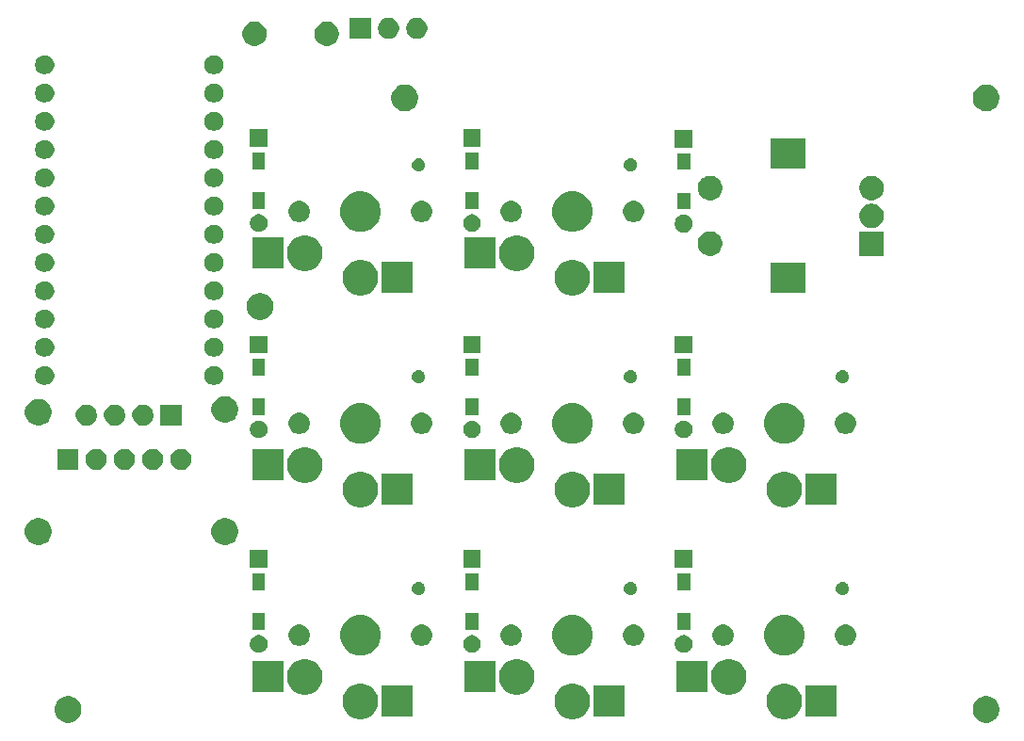
<source format=gbs>
G04 #@! TF.GenerationSoftware,KiCad,Pcbnew,(5.1.6)-1*
G04 #@! TF.CreationDate,2022-01-01T16:18:36+09:00*
G04 #@! TF.ProjectId,kp1,6b70312e-6b69-4636-9164-5f7063625858,rev?*
G04 #@! TF.SameCoordinates,Original*
G04 #@! TF.FileFunction,Soldermask,Bot*
G04 #@! TF.FilePolarity,Negative*
%FSLAX46Y46*%
G04 Gerber Fmt 4.6, Leading zero omitted, Abs format (unit mm)*
G04 Created by KiCad (PCBNEW (5.1.6)-1) date 2022-01-01 16:18:36*
%MOMM*%
%LPD*%
G01*
G04 APERTURE LIST*
%ADD10C,0.100000*%
G04 APERTURE END LIST*
D10*
G36*
X137850026Y-137846115D02*
G01*
X138068411Y-137936573D01*
X138068413Y-137936574D01*
X138264955Y-138067899D01*
X138432101Y-138235045D01*
X138560753Y-138427586D01*
X138563427Y-138431589D01*
X138653885Y-138649974D01*
X138700000Y-138881809D01*
X138700000Y-139118191D01*
X138653885Y-139350026D01*
X138586461Y-139512801D01*
X138563426Y-139568413D01*
X138432101Y-139764955D01*
X138264955Y-139932101D01*
X138068413Y-140063426D01*
X138068412Y-140063427D01*
X138068411Y-140063427D01*
X137850026Y-140153885D01*
X137618191Y-140200000D01*
X137381809Y-140200000D01*
X137149974Y-140153885D01*
X136931589Y-140063427D01*
X136931588Y-140063427D01*
X136931587Y-140063426D01*
X136735045Y-139932101D01*
X136567899Y-139764955D01*
X136436574Y-139568413D01*
X136413539Y-139512801D01*
X136346115Y-139350026D01*
X136300000Y-139118191D01*
X136300000Y-138881809D01*
X136346115Y-138649974D01*
X136436573Y-138431589D01*
X136439248Y-138427586D01*
X136567899Y-138235045D01*
X136735045Y-138067899D01*
X136931587Y-137936574D01*
X136931589Y-137936573D01*
X137149974Y-137846115D01*
X137381809Y-137800000D01*
X137618191Y-137800000D01*
X137850026Y-137846115D01*
G37*
G36*
X55350026Y-137846115D02*
G01*
X55568411Y-137936573D01*
X55568413Y-137936574D01*
X55764955Y-138067899D01*
X55932101Y-138235045D01*
X56060753Y-138427586D01*
X56063427Y-138431589D01*
X56153885Y-138649974D01*
X56200000Y-138881809D01*
X56200000Y-139118191D01*
X56153885Y-139350026D01*
X56086461Y-139512801D01*
X56063426Y-139568413D01*
X55932101Y-139764955D01*
X55764955Y-139932101D01*
X55568413Y-140063426D01*
X55568412Y-140063427D01*
X55568411Y-140063427D01*
X55350026Y-140153885D01*
X55118191Y-140200000D01*
X54881809Y-140200000D01*
X54649974Y-140153885D01*
X54431589Y-140063427D01*
X54431588Y-140063427D01*
X54431587Y-140063426D01*
X54235045Y-139932101D01*
X54067899Y-139764955D01*
X53936574Y-139568413D01*
X53913539Y-139512801D01*
X53846115Y-139350026D01*
X53800000Y-139118191D01*
X53800000Y-138881809D01*
X53846115Y-138649974D01*
X53936573Y-138431589D01*
X53939248Y-138427586D01*
X54067899Y-138235045D01*
X54235045Y-138067899D01*
X54431587Y-137936574D01*
X54431589Y-137936573D01*
X54649974Y-137846115D01*
X54881809Y-137800000D01*
X55118191Y-137800000D01*
X55350026Y-137846115D01*
G37*
G36*
X100786703Y-136731486D02*
G01*
X101077883Y-136852097D01*
X101339940Y-137027198D01*
X101562802Y-137250060D01*
X101737903Y-137512117D01*
X101858514Y-137803297D01*
X101920000Y-138112412D01*
X101920000Y-138427588D01*
X101858514Y-138736703D01*
X101737903Y-139027883D01*
X101562802Y-139289940D01*
X101339940Y-139512802D01*
X101077883Y-139687903D01*
X100786703Y-139808514D01*
X100477588Y-139870000D01*
X100162412Y-139870000D01*
X99853297Y-139808514D01*
X99562117Y-139687903D01*
X99300060Y-139512802D01*
X99077198Y-139289940D01*
X98902097Y-139027883D01*
X98781486Y-138736703D01*
X98720000Y-138427588D01*
X98720000Y-138112412D01*
X98781486Y-137803297D01*
X98902097Y-137512117D01*
X99077198Y-137250060D01*
X99300060Y-137027198D01*
X99562117Y-136852097D01*
X99853297Y-136731486D01*
X100162412Y-136670000D01*
X100477588Y-136670000D01*
X100786703Y-136731486D01*
G37*
G36*
X81736703Y-136731486D02*
G01*
X82027883Y-136852097D01*
X82289940Y-137027198D01*
X82512802Y-137250060D01*
X82687903Y-137512117D01*
X82808514Y-137803297D01*
X82870000Y-138112412D01*
X82870000Y-138427588D01*
X82808514Y-138736703D01*
X82687903Y-139027883D01*
X82512802Y-139289940D01*
X82289940Y-139512802D01*
X82027883Y-139687903D01*
X81736703Y-139808514D01*
X81427588Y-139870000D01*
X81112412Y-139870000D01*
X80803297Y-139808514D01*
X80512117Y-139687903D01*
X80250060Y-139512802D01*
X80027198Y-139289940D01*
X79852097Y-139027883D01*
X79731486Y-138736703D01*
X79670000Y-138427588D01*
X79670000Y-138112412D01*
X79731486Y-137803297D01*
X79852097Y-137512117D01*
X80027198Y-137250060D01*
X80250060Y-137027198D01*
X80512117Y-136852097D01*
X80803297Y-136731486D01*
X81112412Y-136670000D01*
X81427588Y-136670000D01*
X81736703Y-136731486D01*
G37*
G36*
X119836703Y-136731486D02*
G01*
X120127883Y-136852097D01*
X120389940Y-137027198D01*
X120612802Y-137250060D01*
X120787903Y-137512117D01*
X120908514Y-137803297D01*
X120970000Y-138112412D01*
X120970000Y-138427588D01*
X120908514Y-138736703D01*
X120787903Y-139027883D01*
X120612802Y-139289940D01*
X120389940Y-139512802D01*
X120127883Y-139687903D01*
X119836703Y-139808514D01*
X119527588Y-139870000D01*
X119212412Y-139870000D01*
X118903297Y-139808514D01*
X118612117Y-139687903D01*
X118350060Y-139512802D01*
X118127198Y-139289940D01*
X117952097Y-139027883D01*
X117831486Y-138736703D01*
X117770000Y-138427588D01*
X117770000Y-138112412D01*
X117831486Y-137803297D01*
X117952097Y-137512117D01*
X118127198Y-137250060D01*
X118350060Y-137027198D01*
X118612117Y-136852097D01*
X118903297Y-136731486D01*
X119212412Y-136670000D01*
X119527588Y-136670000D01*
X119836703Y-136731486D01*
G37*
G36*
X85945000Y-139670000D02*
G01*
X83145000Y-139670000D01*
X83145000Y-136870000D01*
X85945000Y-136870000D01*
X85945000Y-139670000D01*
G37*
G36*
X104995000Y-139670000D02*
G01*
X102195000Y-139670000D01*
X102195000Y-136870000D01*
X104995000Y-136870000D01*
X104995000Y-139670000D01*
G37*
G36*
X124045000Y-139670000D02*
G01*
X121245000Y-139670000D01*
X121245000Y-136870000D01*
X124045000Y-136870000D01*
X124045000Y-139670000D01*
G37*
G36*
X114836703Y-134531486D02*
G01*
X115127883Y-134652097D01*
X115389940Y-134827198D01*
X115612802Y-135050060D01*
X115787903Y-135312117D01*
X115908514Y-135603297D01*
X115970000Y-135912412D01*
X115970000Y-136227588D01*
X115908514Y-136536703D01*
X115787903Y-136827883D01*
X115612802Y-137089940D01*
X115389940Y-137312802D01*
X115127883Y-137487903D01*
X114836703Y-137608514D01*
X114527588Y-137670000D01*
X114212412Y-137670000D01*
X113903297Y-137608514D01*
X113612117Y-137487903D01*
X113350060Y-137312802D01*
X113127198Y-137089940D01*
X112952097Y-136827883D01*
X112831486Y-136536703D01*
X112770000Y-136227588D01*
X112770000Y-135912412D01*
X112831486Y-135603297D01*
X112952097Y-135312117D01*
X113127198Y-135050060D01*
X113350060Y-134827198D01*
X113612117Y-134652097D01*
X113903297Y-134531486D01*
X114212412Y-134470000D01*
X114527588Y-134470000D01*
X114836703Y-134531486D01*
G37*
G36*
X95786703Y-134531486D02*
G01*
X96077883Y-134652097D01*
X96339940Y-134827198D01*
X96562802Y-135050060D01*
X96737903Y-135312117D01*
X96858514Y-135603297D01*
X96920000Y-135912412D01*
X96920000Y-136227588D01*
X96858514Y-136536703D01*
X96737903Y-136827883D01*
X96562802Y-137089940D01*
X96339940Y-137312802D01*
X96077883Y-137487903D01*
X95786703Y-137608514D01*
X95477588Y-137670000D01*
X95162412Y-137670000D01*
X94853297Y-137608514D01*
X94562117Y-137487903D01*
X94300060Y-137312802D01*
X94077198Y-137089940D01*
X93902097Y-136827883D01*
X93781486Y-136536703D01*
X93720000Y-136227588D01*
X93720000Y-135912412D01*
X93781486Y-135603297D01*
X93902097Y-135312117D01*
X94077198Y-135050060D01*
X94300060Y-134827198D01*
X94562117Y-134652097D01*
X94853297Y-134531486D01*
X95162412Y-134470000D01*
X95477588Y-134470000D01*
X95786703Y-134531486D01*
G37*
G36*
X76736703Y-134531486D02*
G01*
X77027883Y-134652097D01*
X77289940Y-134827198D01*
X77512802Y-135050060D01*
X77687903Y-135312117D01*
X77808514Y-135603297D01*
X77870000Y-135912412D01*
X77870000Y-136227588D01*
X77808514Y-136536703D01*
X77687903Y-136827883D01*
X77512802Y-137089940D01*
X77289940Y-137312802D01*
X77027883Y-137487903D01*
X76736703Y-137608514D01*
X76427588Y-137670000D01*
X76112412Y-137670000D01*
X75803297Y-137608514D01*
X75512117Y-137487903D01*
X75250060Y-137312802D01*
X75027198Y-137089940D01*
X74852097Y-136827883D01*
X74731486Y-136536703D01*
X74670000Y-136227588D01*
X74670000Y-135912412D01*
X74731486Y-135603297D01*
X74852097Y-135312117D01*
X75027198Y-135050060D01*
X75250060Y-134827198D01*
X75512117Y-134652097D01*
X75803297Y-134531486D01*
X76112412Y-134470000D01*
X76427588Y-134470000D01*
X76736703Y-134531486D01*
G37*
G36*
X74395000Y-137470000D02*
G01*
X71595000Y-137470000D01*
X71595000Y-134670000D01*
X74395000Y-134670000D01*
X74395000Y-137470000D01*
G37*
G36*
X93445000Y-137470000D02*
G01*
X90645000Y-137470000D01*
X90645000Y-134670000D01*
X93445000Y-134670000D01*
X93445000Y-137470000D01*
G37*
G36*
X112495000Y-137470000D02*
G01*
X109695000Y-137470000D01*
X109695000Y-134670000D01*
X112495000Y-134670000D01*
X112495000Y-137470000D01*
G37*
G36*
X119899270Y-130575230D02*
G01*
X120229488Y-130712011D01*
X120526677Y-130910586D01*
X120779414Y-131163323D01*
X120977989Y-131460512D01*
X121114770Y-131790730D01*
X121184500Y-132141287D01*
X121184500Y-132498713D01*
X121114770Y-132849270D01*
X120977989Y-133179488D01*
X120779414Y-133476677D01*
X120526677Y-133729414D01*
X120229488Y-133927989D01*
X119899270Y-134064770D01*
X119723991Y-134099635D01*
X119548714Y-134134500D01*
X119191286Y-134134500D01*
X119016009Y-134099635D01*
X118840730Y-134064770D01*
X118510512Y-133927989D01*
X118213323Y-133729414D01*
X117960586Y-133476677D01*
X117762011Y-133179488D01*
X117625230Y-132849270D01*
X117555500Y-132498713D01*
X117555500Y-132141287D01*
X117625230Y-131790730D01*
X117762011Y-131460512D01*
X117960586Y-131163323D01*
X118213323Y-130910586D01*
X118510512Y-130712011D01*
X118840730Y-130575230D01*
X119191286Y-130505500D01*
X119548714Y-130505500D01*
X119899270Y-130575230D01*
G37*
G36*
X81799270Y-130575230D02*
G01*
X82129488Y-130712011D01*
X82426677Y-130910586D01*
X82679414Y-131163323D01*
X82877989Y-131460512D01*
X83014770Y-131790730D01*
X83084500Y-132141287D01*
X83084500Y-132498713D01*
X83014770Y-132849270D01*
X82877989Y-133179488D01*
X82679414Y-133476677D01*
X82426677Y-133729414D01*
X82129488Y-133927989D01*
X81799270Y-134064770D01*
X81623991Y-134099635D01*
X81448714Y-134134500D01*
X81091286Y-134134500D01*
X80916009Y-134099635D01*
X80740730Y-134064770D01*
X80410512Y-133927989D01*
X80113323Y-133729414D01*
X79860586Y-133476677D01*
X79662011Y-133179488D01*
X79525230Y-132849270D01*
X79455500Y-132498713D01*
X79455500Y-132141287D01*
X79525230Y-131790730D01*
X79662011Y-131460512D01*
X79860586Y-131163323D01*
X80113323Y-130910586D01*
X80410512Y-130712011D01*
X80740730Y-130575230D01*
X81091286Y-130505500D01*
X81448714Y-130505500D01*
X81799270Y-130575230D01*
G37*
G36*
X100849270Y-130575230D02*
G01*
X101179488Y-130712011D01*
X101476677Y-130910586D01*
X101729414Y-131163323D01*
X101927989Y-131460512D01*
X102064770Y-131790730D01*
X102134500Y-132141287D01*
X102134500Y-132498713D01*
X102064770Y-132849270D01*
X101927989Y-133179488D01*
X101729414Y-133476677D01*
X101476677Y-133729414D01*
X101179488Y-133927989D01*
X100849270Y-134064770D01*
X100673991Y-134099635D01*
X100498714Y-134134500D01*
X100141286Y-134134500D01*
X99966009Y-134099635D01*
X99790730Y-134064770D01*
X99460512Y-133927989D01*
X99163323Y-133729414D01*
X98910586Y-133476677D01*
X98712011Y-133179488D01*
X98575230Y-132849270D01*
X98505500Y-132498713D01*
X98505500Y-132141287D01*
X98575230Y-131790730D01*
X98712011Y-131460512D01*
X98910586Y-131163323D01*
X99163323Y-130910586D01*
X99460512Y-130712011D01*
X99790730Y-130575230D01*
X100141286Y-130505500D01*
X100498714Y-130505500D01*
X100849270Y-130575230D01*
G37*
G36*
X91483491Y-132331957D02*
G01*
X91534914Y-132342186D01*
X91680232Y-132402378D01*
X91811014Y-132489764D01*
X91922236Y-132600986D01*
X92009622Y-132731768D01*
X92058292Y-132849270D01*
X92069814Y-132877087D01*
X92100500Y-133031353D01*
X92100500Y-133188647D01*
X92080043Y-133291491D01*
X92069814Y-133342914D01*
X92009622Y-133488232D01*
X91922236Y-133619014D01*
X91811014Y-133730236D01*
X91680232Y-133817622D01*
X91534914Y-133877814D01*
X91483491Y-133888043D01*
X91380647Y-133908500D01*
X91223353Y-133908500D01*
X91120509Y-133888043D01*
X91069086Y-133877814D01*
X90923768Y-133817622D01*
X90792986Y-133730236D01*
X90681764Y-133619014D01*
X90594378Y-133488232D01*
X90534186Y-133342914D01*
X90523957Y-133291491D01*
X90503500Y-133188647D01*
X90503500Y-133031353D01*
X90534186Y-132877087D01*
X90545708Y-132849270D01*
X90594378Y-132731768D01*
X90681764Y-132600986D01*
X90792986Y-132489764D01*
X90923768Y-132402378D01*
X91069086Y-132342186D01*
X91120509Y-132331957D01*
X91223353Y-132311500D01*
X91380647Y-132311500D01*
X91483491Y-132331957D01*
G37*
G36*
X110511491Y-132331957D02*
G01*
X110562914Y-132342186D01*
X110708232Y-132402378D01*
X110839014Y-132489764D01*
X110950236Y-132600986D01*
X111037622Y-132731768D01*
X111086292Y-132849270D01*
X111097814Y-132877087D01*
X111128500Y-133031353D01*
X111128500Y-133188647D01*
X111108043Y-133291491D01*
X111097814Y-133342914D01*
X111037622Y-133488232D01*
X110950236Y-133619014D01*
X110839014Y-133730236D01*
X110708232Y-133817622D01*
X110562914Y-133877814D01*
X110511491Y-133888043D01*
X110408647Y-133908500D01*
X110251353Y-133908500D01*
X110148509Y-133888043D01*
X110097086Y-133877814D01*
X109951768Y-133817622D01*
X109820986Y-133730236D01*
X109709764Y-133619014D01*
X109622378Y-133488232D01*
X109562186Y-133342914D01*
X109551957Y-133291491D01*
X109531500Y-133188647D01*
X109531500Y-133031353D01*
X109562186Y-132877087D01*
X109573708Y-132849270D01*
X109622378Y-132731768D01*
X109709764Y-132600986D01*
X109820986Y-132489764D01*
X109951768Y-132402378D01*
X110097086Y-132342186D01*
X110148509Y-132331957D01*
X110251353Y-132311500D01*
X110408647Y-132311500D01*
X110511491Y-132331957D01*
G37*
G36*
X72313491Y-132331957D02*
G01*
X72364914Y-132342186D01*
X72510232Y-132402378D01*
X72641014Y-132489764D01*
X72752236Y-132600986D01*
X72839622Y-132731768D01*
X72888292Y-132849270D01*
X72899814Y-132877087D01*
X72930500Y-133031353D01*
X72930500Y-133188647D01*
X72910043Y-133291491D01*
X72899814Y-133342914D01*
X72839622Y-133488232D01*
X72752236Y-133619014D01*
X72641014Y-133730236D01*
X72510232Y-133817622D01*
X72364914Y-133877814D01*
X72313491Y-133888043D01*
X72210647Y-133908500D01*
X72053353Y-133908500D01*
X71950509Y-133888043D01*
X71899086Y-133877814D01*
X71753768Y-133817622D01*
X71622986Y-133730236D01*
X71511764Y-133619014D01*
X71424378Y-133488232D01*
X71364186Y-133342914D01*
X71353957Y-133291491D01*
X71333500Y-133188647D01*
X71333500Y-133031353D01*
X71364186Y-132877087D01*
X71375708Y-132849270D01*
X71424378Y-132731768D01*
X71511764Y-132600986D01*
X71622986Y-132489764D01*
X71753768Y-132402378D01*
X71899086Y-132342186D01*
X71950509Y-132331957D01*
X72053353Y-132311500D01*
X72210647Y-132311500D01*
X72313491Y-132331957D01*
G37*
G36*
X125147366Y-131405642D02*
G01*
X125219047Y-131435334D01*
X125320420Y-131477323D01*
X125476163Y-131581388D01*
X125608612Y-131713837D01*
X125712677Y-131869580D01*
X125754666Y-131970953D01*
X125784358Y-132042634D01*
X125820900Y-132226343D01*
X125820900Y-132413657D01*
X125784358Y-132597366D01*
X125754666Y-132669047D01*
X125712677Y-132770420D01*
X125608612Y-132926163D01*
X125476163Y-133058612D01*
X125320420Y-133162677D01*
X125219047Y-133204666D01*
X125147366Y-133234358D01*
X124963657Y-133270900D01*
X124776343Y-133270900D01*
X124592634Y-133234358D01*
X124520953Y-133204666D01*
X124419580Y-133162677D01*
X124263837Y-133058612D01*
X124131388Y-132926163D01*
X124027323Y-132770420D01*
X123985334Y-132669047D01*
X123955642Y-132597366D01*
X123919100Y-132413657D01*
X123919100Y-132226343D01*
X123955642Y-132042634D01*
X123985334Y-131970953D01*
X124027323Y-131869580D01*
X124131388Y-131713837D01*
X124263837Y-131581388D01*
X124419580Y-131477323D01*
X124520953Y-131435334D01*
X124592634Y-131405642D01*
X124776343Y-131369100D01*
X124963657Y-131369100D01*
X125147366Y-131405642D01*
G37*
G36*
X87047366Y-131405642D02*
G01*
X87119047Y-131435334D01*
X87220420Y-131477323D01*
X87376163Y-131581388D01*
X87508612Y-131713837D01*
X87612677Y-131869580D01*
X87654666Y-131970953D01*
X87684358Y-132042634D01*
X87720900Y-132226343D01*
X87720900Y-132413657D01*
X87684358Y-132597366D01*
X87654666Y-132669047D01*
X87612677Y-132770420D01*
X87508612Y-132926163D01*
X87376163Y-133058612D01*
X87220420Y-133162677D01*
X87119047Y-133204666D01*
X87047366Y-133234358D01*
X86863657Y-133270900D01*
X86676343Y-133270900D01*
X86492634Y-133234358D01*
X86420953Y-133204666D01*
X86319580Y-133162677D01*
X86163837Y-133058612D01*
X86031388Y-132926163D01*
X85927323Y-132770420D01*
X85885334Y-132669047D01*
X85855642Y-132597366D01*
X85819100Y-132413657D01*
X85819100Y-132226343D01*
X85855642Y-132042634D01*
X85885334Y-131970953D01*
X85927323Y-131869580D01*
X86031388Y-131713837D01*
X86163837Y-131581388D01*
X86319580Y-131477323D01*
X86420953Y-131435334D01*
X86492634Y-131405642D01*
X86676343Y-131369100D01*
X86863657Y-131369100D01*
X87047366Y-131405642D01*
G37*
G36*
X95097366Y-131405642D02*
G01*
X95169047Y-131435334D01*
X95270420Y-131477323D01*
X95426163Y-131581388D01*
X95558612Y-131713837D01*
X95662677Y-131869580D01*
X95704666Y-131970953D01*
X95734358Y-132042634D01*
X95770900Y-132226343D01*
X95770900Y-132413657D01*
X95734358Y-132597366D01*
X95704666Y-132669047D01*
X95662677Y-132770420D01*
X95558612Y-132926163D01*
X95426163Y-133058612D01*
X95270420Y-133162677D01*
X95169047Y-133204666D01*
X95097366Y-133234358D01*
X94913657Y-133270900D01*
X94726343Y-133270900D01*
X94542634Y-133234358D01*
X94470953Y-133204666D01*
X94369580Y-133162677D01*
X94213837Y-133058612D01*
X94081388Y-132926163D01*
X93977323Y-132770420D01*
X93935334Y-132669047D01*
X93905642Y-132597366D01*
X93869100Y-132413657D01*
X93869100Y-132226343D01*
X93905642Y-132042634D01*
X93935334Y-131970953D01*
X93977323Y-131869580D01*
X94081388Y-131713837D01*
X94213837Y-131581388D01*
X94369580Y-131477323D01*
X94470953Y-131435334D01*
X94542634Y-131405642D01*
X94726343Y-131369100D01*
X94913657Y-131369100D01*
X95097366Y-131405642D01*
G37*
G36*
X106097366Y-131405642D02*
G01*
X106169047Y-131435334D01*
X106270420Y-131477323D01*
X106426163Y-131581388D01*
X106558612Y-131713837D01*
X106662677Y-131869580D01*
X106704666Y-131970953D01*
X106734358Y-132042634D01*
X106770900Y-132226343D01*
X106770900Y-132413657D01*
X106734358Y-132597366D01*
X106704666Y-132669047D01*
X106662677Y-132770420D01*
X106558612Y-132926163D01*
X106426163Y-133058612D01*
X106270420Y-133162677D01*
X106169047Y-133204666D01*
X106097366Y-133234358D01*
X105913657Y-133270900D01*
X105726343Y-133270900D01*
X105542634Y-133234358D01*
X105470953Y-133204666D01*
X105369580Y-133162677D01*
X105213837Y-133058612D01*
X105081388Y-132926163D01*
X104977323Y-132770420D01*
X104935334Y-132669047D01*
X104905642Y-132597366D01*
X104869100Y-132413657D01*
X104869100Y-132226343D01*
X104905642Y-132042634D01*
X104935334Y-131970953D01*
X104977323Y-131869580D01*
X105081388Y-131713837D01*
X105213837Y-131581388D01*
X105369580Y-131477323D01*
X105470953Y-131435334D01*
X105542634Y-131405642D01*
X105726343Y-131369100D01*
X105913657Y-131369100D01*
X106097366Y-131405642D01*
G37*
G36*
X114147366Y-131405642D02*
G01*
X114219047Y-131435334D01*
X114320420Y-131477323D01*
X114476163Y-131581388D01*
X114608612Y-131713837D01*
X114712677Y-131869580D01*
X114754666Y-131970953D01*
X114784358Y-132042634D01*
X114820900Y-132226343D01*
X114820900Y-132413657D01*
X114784358Y-132597366D01*
X114754666Y-132669047D01*
X114712677Y-132770420D01*
X114608612Y-132926163D01*
X114476163Y-133058612D01*
X114320420Y-133162677D01*
X114219047Y-133204666D01*
X114147366Y-133234358D01*
X113963657Y-133270900D01*
X113776343Y-133270900D01*
X113592634Y-133234358D01*
X113520953Y-133204666D01*
X113419580Y-133162677D01*
X113263837Y-133058612D01*
X113131388Y-132926163D01*
X113027323Y-132770420D01*
X112985334Y-132669047D01*
X112955642Y-132597366D01*
X112919100Y-132413657D01*
X112919100Y-132226343D01*
X112955642Y-132042634D01*
X112985334Y-131970953D01*
X113027323Y-131869580D01*
X113131388Y-131713837D01*
X113263837Y-131581388D01*
X113419580Y-131477323D01*
X113520953Y-131435334D01*
X113592634Y-131405642D01*
X113776343Y-131369100D01*
X113963657Y-131369100D01*
X114147366Y-131405642D01*
G37*
G36*
X76047366Y-131405642D02*
G01*
X76119047Y-131435334D01*
X76220420Y-131477323D01*
X76376163Y-131581388D01*
X76508612Y-131713837D01*
X76612677Y-131869580D01*
X76654666Y-131970953D01*
X76684358Y-132042634D01*
X76720900Y-132226343D01*
X76720900Y-132413657D01*
X76684358Y-132597366D01*
X76654666Y-132669047D01*
X76612677Y-132770420D01*
X76508612Y-132926163D01*
X76376163Y-133058612D01*
X76220420Y-133162677D01*
X76119047Y-133204666D01*
X76047366Y-133234358D01*
X75863657Y-133270900D01*
X75676343Y-133270900D01*
X75492634Y-133234358D01*
X75420953Y-133204666D01*
X75319580Y-133162677D01*
X75163837Y-133058612D01*
X75031388Y-132926163D01*
X74927323Y-132770420D01*
X74885334Y-132669047D01*
X74855642Y-132597366D01*
X74819100Y-132413657D01*
X74819100Y-132226343D01*
X74855642Y-132042634D01*
X74885334Y-131970953D01*
X74927323Y-131869580D01*
X75031388Y-131713837D01*
X75163837Y-131581388D01*
X75319580Y-131477323D01*
X75420953Y-131435334D01*
X75492634Y-131405642D01*
X75676343Y-131369100D01*
X75863657Y-131369100D01*
X76047366Y-131405642D01*
G37*
G36*
X91877000Y-131825000D02*
G01*
X90727000Y-131825000D01*
X90727000Y-130325000D01*
X91877000Y-130325000D01*
X91877000Y-131825000D01*
G37*
G36*
X110905000Y-131825000D02*
G01*
X109755000Y-131825000D01*
X109755000Y-130325000D01*
X110905000Y-130325000D01*
X110905000Y-131825000D01*
G37*
G36*
X72707000Y-131825000D02*
G01*
X71557000Y-131825000D01*
X71557000Y-130325000D01*
X72707000Y-130325000D01*
X72707000Y-131825000D01*
G37*
G36*
X86606137Y-127536138D02*
G01*
X86663642Y-127547577D01*
X86717811Y-127570015D01*
X86771981Y-127592452D01*
X86869479Y-127657598D01*
X86952402Y-127740521D01*
X87017548Y-127838019D01*
X87062423Y-127946359D01*
X87085300Y-128061367D01*
X87085300Y-128178633D01*
X87062423Y-128293641D01*
X87017548Y-128401981D01*
X86952402Y-128499479D01*
X86869479Y-128582402D01*
X86771981Y-128647548D01*
X86717811Y-128669986D01*
X86663642Y-128692423D01*
X86606137Y-128703862D01*
X86548633Y-128715300D01*
X86431367Y-128715300D01*
X86373863Y-128703862D01*
X86316358Y-128692423D01*
X86262189Y-128669986D01*
X86208019Y-128647548D01*
X86110521Y-128582402D01*
X86027598Y-128499479D01*
X85962452Y-128401981D01*
X85917577Y-128293641D01*
X85894700Y-128178633D01*
X85894700Y-128061367D01*
X85917577Y-127946359D01*
X85962452Y-127838019D01*
X86027598Y-127740521D01*
X86110521Y-127657598D01*
X86208019Y-127592452D01*
X86262189Y-127570015D01*
X86316358Y-127547577D01*
X86373863Y-127536138D01*
X86431367Y-127524700D01*
X86548633Y-127524700D01*
X86606137Y-127536138D01*
G37*
G36*
X105656137Y-127536138D02*
G01*
X105713642Y-127547577D01*
X105767811Y-127570015D01*
X105821981Y-127592452D01*
X105919479Y-127657598D01*
X106002402Y-127740521D01*
X106067548Y-127838019D01*
X106112423Y-127946359D01*
X106135300Y-128061367D01*
X106135300Y-128178633D01*
X106112423Y-128293641D01*
X106067548Y-128401981D01*
X106002402Y-128499479D01*
X105919479Y-128582402D01*
X105821981Y-128647548D01*
X105767811Y-128669986D01*
X105713642Y-128692423D01*
X105656137Y-128703862D01*
X105598633Y-128715300D01*
X105481367Y-128715300D01*
X105423863Y-128703862D01*
X105366358Y-128692423D01*
X105312189Y-128669986D01*
X105258019Y-128647548D01*
X105160521Y-128582402D01*
X105077598Y-128499479D01*
X105012452Y-128401981D01*
X104967577Y-128293641D01*
X104944700Y-128178633D01*
X104944700Y-128061367D01*
X104967577Y-127946359D01*
X105012452Y-127838019D01*
X105077598Y-127740521D01*
X105160521Y-127657598D01*
X105258019Y-127592452D01*
X105312189Y-127570015D01*
X105366358Y-127547577D01*
X105423863Y-127536138D01*
X105481367Y-127524700D01*
X105598633Y-127524700D01*
X105656137Y-127536138D01*
G37*
G36*
X124706137Y-127536138D02*
G01*
X124763642Y-127547577D01*
X124817811Y-127570015D01*
X124871981Y-127592452D01*
X124969479Y-127657598D01*
X125052402Y-127740521D01*
X125117548Y-127838019D01*
X125162423Y-127946359D01*
X125185300Y-128061367D01*
X125185300Y-128178633D01*
X125162423Y-128293641D01*
X125117548Y-128401981D01*
X125052402Y-128499479D01*
X124969479Y-128582402D01*
X124871981Y-128647548D01*
X124817811Y-128669986D01*
X124763642Y-128692423D01*
X124706137Y-128703862D01*
X124648633Y-128715300D01*
X124531367Y-128715300D01*
X124473863Y-128703862D01*
X124416358Y-128692423D01*
X124362189Y-128669986D01*
X124308019Y-128647548D01*
X124210521Y-128582402D01*
X124127598Y-128499479D01*
X124062452Y-128401981D01*
X124017577Y-128293641D01*
X123994700Y-128178633D01*
X123994700Y-128061367D01*
X124017577Y-127946359D01*
X124062452Y-127838019D01*
X124127598Y-127740521D01*
X124210521Y-127657598D01*
X124308019Y-127592452D01*
X124362189Y-127570015D01*
X124416358Y-127547577D01*
X124473863Y-127536138D01*
X124531367Y-127524700D01*
X124648633Y-127524700D01*
X124706137Y-127536138D01*
G37*
G36*
X110905000Y-128275000D02*
G01*
X109755000Y-128275000D01*
X109755000Y-126775000D01*
X110905000Y-126775000D01*
X110905000Y-128275000D01*
G37*
G36*
X91877000Y-128275000D02*
G01*
X90727000Y-128275000D01*
X90727000Y-126775000D01*
X91877000Y-126775000D01*
X91877000Y-128275000D01*
G37*
G36*
X72707000Y-128275000D02*
G01*
X71557000Y-128275000D01*
X71557000Y-126775000D01*
X72707000Y-126775000D01*
X72707000Y-128275000D01*
G37*
G36*
X92100500Y-126288500D02*
G01*
X90503500Y-126288500D01*
X90503500Y-124691500D01*
X92100500Y-124691500D01*
X92100500Y-126288500D01*
G37*
G36*
X111128500Y-126288500D02*
G01*
X109531500Y-126288500D01*
X109531500Y-124691500D01*
X111128500Y-124691500D01*
X111128500Y-126288500D01*
G37*
G36*
X72930500Y-126288500D02*
G01*
X71333500Y-126288500D01*
X71333500Y-124691500D01*
X72930500Y-124691500D01*
X72930500Y-126288500D01*
G37*
G36*
X52674026Y-121846115D02*
G01*
X52892411Y-121936573D01*
X52892413Y-121936574D01*
X53088955Y-122067899D01*
X53256101Y-122235045D01*
X53387427Y-122431589D01*
X53477885Y-122649974D01*
X53524000Y-122881809D01*
X53524000Y-123118191D01*
X53477885Y-123350026D01*
X53387427Y-123568411D01*
X53387426Y-123568413D01*
X53256101Y-123764955D01*
X53088955Y-123932101D01*
X52892413Y-124063426D01*
X52892412Y-124063427D01*
X52892411Y-124063427D01*
X52674026Y-124153885D01*
X52442191Y-124200000D01*
X52205809Y-124200000D01*
X51973974Y-124153885D01*
X51755589Y-124063427D01*
X51755588Y-124063427D01*
X51755587Y-124063426D01*
X51559045Y-123932101D01*
X51391899Y-123764955D01*
X51260574Y-123568413D01*
X51260573Y-123568411D01*
X51170115Y-123350026D01*
X51124000Y-123118191D01*
X51124000Y-122881809D01*
X51170115Y-122649974D01*
X51260573Y-122431589D01*
X51391899Y-122235045D01*
X51559045Y-122067899D01*
X51755587Y-121936574D01*
X51755589Y-121936573D01*
X51973974Y-121846115D01*
X52205809Y-121800000D01*
X52442191Y-121800000D01*
X52674026Y-121846115D01*
G37*
G36*
X69438026Y-121846115D02*
G01*
X69656411Y-121936573D01*
X69656413Y-121936574D01*
X69852955Y-122067899D01*
X70020101Y-122235045D01*
X70151427Y-122431589D01*
X70241885Y-122649974D01*
X70288000Y-122881809D01*
X70288000Y-123118191D01*
X70241885Y-123350026D01*
X70151427Y-123568411D01*
X70151426Y-123568413D01*
X70020101Y-123764955D01*
X69852955Y-123932101D01*
X69656413Y-124063426D01*
X69656412Y-124063427D01*
X69656411Y-124063427D01*
X69438026Y-124153885D01*
X69206191Y-124200000D01*
X68969809Y-124200000D01*
X68737974Y-124153885D01*
X68519589Y-124063427D01*
X68519588Y-124063427D01*
X68519587Y-124063426D01*
X68323045Y-123932101D01*
X68155899Y-123764955D01*
X68024574Y-123568413D01*
X68024573Y-123568411D01*
X67934115Y-123350026D01*
X67888000Y-123118191D01*
X67888000Y-122881809D01*
X67934115Y-122649974D01*
X68024573Y-122431589D01*
X68155899Y-122235045D01*
X68323045Y-122067899D01*
X68519587Y-121936574D01*
X68519589Y-121936573D01*
X68737974Y-121846115D01*
X68969809Y-121800000D01*
X69206191Y-121800000D01*
X69438026Y-121846115D01*
G37*
G36*
X119836703Y-117681486D02*
G01*
X120127883Y-117802097D01*
X120389940Y-117977198D01*
X120612802Y-118200060D01*
X120787903Y-118462117D01*
X120908514Y-118753297D01*
X120970000Y-119062412D01*
X120970000Y-119377588D01*
X120908514Y-119686703D01*
X120787903Y-119977883D01*
X120612802Y-120239940D01*
X120389940Y-120462802D01*
X120127883Y-120637903D01*
X119836703Y-120758514D01*
X119527588Y-120820000D01*
X119212412Y-120820000D01*
X118903297Y-120758514D01*
X118612117Y-120637903D01*
X118350060Y-120462802D01*
X118127198Y-120239940D01*
X117952097Y-119977883D01*
X117831486Y-119686703D01*
X117770000Y-119377588D01*
X117770000Y-119062412D01*
X117831486Y-118753297D01*
X117952097Y-118462117D01*
X118127198Y-118200060D01*
X118350060Y-117977198D01*
X118612117Y-117802097D01*
X118903297Y-117681486D01*
X119212412Y-117620000D01*
X119527588Y-117620000D01*
X119836703Y-117681486D01*
G37*
G36*
X100786703Y-117681486D02*
G01*
X101077883Y-117802097D01*
X101339940Y-117977198D01*
X101562802Y-118200060D01*
X101737903Y-118462117D01*
X101858514Y-118753297D01*
X101920000Y-119062412D01*
X101920000Y-119377588D01*
X101858514Y-119686703D01*
X101737903Y-119977883D01*
X101562802Y-120239940D01*
X101339940Y-120462802D01*
X101077883Y-120637903D01*
X100786703Y-120758514D01*
X100477588Y-120820000D01*
X100162412Y-120820000D01*
X99853297Y-120758514D01*
X99562117Y-120637903D01*
X99300060Y-120462802D01*
X99077198Y-120239940D01*
X98902097Y-119977883D01*
X98781486Y-119686703D01*
X98720000Y-119377588D01*
X98720000Y-119062412D01*
X98781486Y-118753297D01*
X98902097Y-118462117D01*
X99077198Y-118200060D01*
X99300060Y-117977198D01*
X99562117Y-117802097D01*
X99853297Y-117681486D01*
X100162412Y-117620000D01*
X100477588Y-117620000D01*
X100786703Y-117681486D01*
G37*
G36*
X81736703Y-117681486D02*
G01*
X82027883Y-117802097D01*
X82289940Y-117977198D01*
X82512802Y-118200060D01*
X82687903Y-118462117D01*
X82808514Y-118753297D01*
X82870000Y-119062412D01*
X82870000Y-119377588D01*
X82808514Y-119686703D01*
X82687903Y-119977883D01*
X82512802Y-120239940D01*
X82289940Y-120462802D01*
X82027883Y-120637903D01*
X81736703Y-120758514D01*
X81427588Y-120820000D01*
X81112412Y-120820000D01*
X80803297Y-120758514D01*
X80512117Y-120637903D01*
X80250060Y-120462802D01*
X80027198Y-120239940D01*
X79852097Y-119977883D01*
X79731486Y-119686703D01*
X79670000Y-119377588D01*
X79670000Y-119062412D01*
X79731486Y-118753297D01*
X79852097Y-118462117D01*
X80027198Y-118200060D01*
X80250060Y-117977198D01*
X80512117Y-117802097D01*
X80803297Y-117681486D01*
X81112412Y-117620000D01*
X81427588Y-117620000D01*
X81736703Y-117681486D01*
G37*
G36*
X104995000Y-120620000D02*
G01*
X102195000Y-120620000D01*
X102195000Y-117820000D01*
X104995000Y-117820000D01*
X104995000Y-120620000D01*
G37*
G36*
X124045000Y-120620000D02*
G01*
X121245000Y-120620000D01*
X121245000Y-117820000D01*
X124045000Y-117820000D01*
X124045000Y-120620000D01*
G37*
G36*
X85945000Y-120620000D02*
G01*
X83145000Y-120620000D01*
X83145000Y-117820000D01*
X85945000Y-117820000D01*
X85945000Y-120620000D01*
G37*
G36*
X95786703Y-115481486D02*
G01*
X96077883Y-115602097D01*
X96339940Y-115777198D01*
X96562802Y-116000060D01*
X96737903Y-116262117D01*
X96858514Y-116553297D01*
X96920000Y-116862412D01*
X96920000Y-117177588D01*
X96858514Y-117486703D01*
X96737903Y-117777883D01*
X96562802Y-118039940D01*
X96339940Y-118262802D01*
X96077883Y-118437903D01*
X95786703Y-118558514D01*
X95477588Y-118620000D01*
X95162412Y-118620000D01*
X94853297Y-118558514D01*
X94562117Y-118437903D01*
X94300060Y-118262802D01*
X94077198Y-118039940D01*
X93902097Y-117777883D01*
X93781486Y-117486703D01*
X93720000Y-117177588D01*
X93720000Y-116862412D01*
X93781486Y-116553297D01*
X93902097Y-116262117D01*
X94077198Y-116000060D01*
X94300060Y-115777198D01*
X94562117Y-115602097D01*
X94853297Y-115481486D01*
X95162412Y-115420000D01*
X95477588Y-115420000D01*
X95786703Y-115481486D01*
G37*
G36*
X76736703Y-115481486D02*
G01*
X77027883Y-115602097D01*
X77289940Y-115777198D01*
X77512802Y-116000060D01*
X77687903Y-116262117D01*
X77808514Y-116553297D01*
X77870000Y-116862412D01*
X77870000Y-117177588D01*
X77808514Y-117486703D01*
X77687903Y-117777883D01*
X77512802Y-118039940D01*
X77289940Y-118262802D01*
X77027883Y-118437903D01*
X76736703Y-118558514D01*
X76427588Y-118620000D01*
X76112412Y-118620000D01*
X75803297Y-118558514D01*
X75512117Y-118437903D01*
X75250060Y-118262802D01*
X75027198Y-118039940D01*
X74852097Y-117777883D01*
X74731486Y-117486703D01*
X74670000Y-117177588D01*
X74670000Y-116862412D01*
X74731486Y-116553297D01*
X74852097Y-116262117D01*
X75027198Y-116000060D01*
X75250060Y-115777198D01*
X75512117Y-115602097D01*
X75803297Y-115481486D01*
X76112412Y-115420000D01*
X76427588Y-115420000D01*
X76736703Y-115481486D01*
G37*
G36*
X114836703Y-115481486D02*
G01*
X115127883Y-115602097D01*
X115389940Y-115777198D01*
X115612802Y-116000060D01*
X115787903Y-116262117D01*
X115908514Y-116553297D01*
X115970000Y-116862412D01*
X115970000Y-117177588D01*
X115908514Y-117486703D01*
X115787903Y-117777883D01*
X115612802Y-118039940D01*
X115389940Y-118262802D01*
X115127883Y-118437903D01*
X114836703Y-118558514D01*
X114527588Y-118620000D01*
X114212412Y-118620000D01*
X113903297Y-118558514D01*
X113612117Y-118437903D01*
X113350060Y-118262802D01*
X113127198Y-118039940D01*
X112952097Y-117777883D01*
X112831486Y-117486703D01*
X112770000Y-117177588D01*
X112770000Y-116862412D01*
X112831486Y-116553297D01*
X112952097Y-116262117D01*
X113127198Y-116000060D01*
X113350060Y-115777198D01*
X113612117Y-115602097D01*
X113903297Y-115481486D01*
X114212412Y-115420000D01*
X114527588Y-115420000D01*
X114836703Y-115481486D01*
G37*
G36*
X93445000Y-118420000D02*
G01*
X90645000Y-118420000D01*
X90645000Y-115620000D01*
X93445000Y-115620000D01*
X93445000Y-118420000D01*
G37*
G36*
X112495000Y-118420000D02*
G01*
X109695000Y-118420000D01*
X109695000Y-115620000D01*
X112495000Y-115620000D01*
X112495000Y-118420000D01*
G37*
G36*
X74395000Y-118420000D02*
G01*
X71595000Y-118420000D01*
X71595000Y-115620000D01*
X74395000Y-115620000D01*
X74395000Y-118420000D01*
G37*
G36*
X62805336Y-115568254D02*
G01*
X62897105Y-115586508D01*
X63069994Y-115658121D01*
X63225590Y-115762087D01*
X63357913Y-115894410D01*
X63461879Y-116050006D01*
X63533492Y-116222895D01*
X63570000Y-116406433D01*
X63570000Y-116593567D01*
X63533492Y-116777105D01*
X63461879Y-116949994D01*
X63357913Y-117105590D01*
X63225590Y-117237913D01*
X63069994Y-117341879D01*
X62897105Y-117413492D01*
X62805336Y-117431746D01*
X62713568Y-117450000D01*
X62526432Y-117450000D01*
X62434664Y-117431746D01*
X62342895Y-117413492D01*
X62170006Y-117341879D01*
X62014410Y-117237913D01*
X61882087Y-117105590D01*
X61778121Y-116949994D01*
X61706508Y-116777105D01*
X61670000Y-116593567D01*
X61670000Y-116406433D01*
X61706508Y-116222895D01*
X61778121Y-116050006D01*
X61882087Y-115894410D01*
X62014410Y-115762087D01*
X62170006Y-115658121D01*
X62342895Y-115586508D01*
X62434664Y-115568254D01*
X62526432Y-115550000D01*
X62713568Y-115550000D01*
X62805336Y-115568254D01*
G37*
G36*
X55950000Y-117450000D02*
G01*
X54050000Y-117450000D01*
X54050000Y-115550000D01*
X55950000Y-115550000D01*
X55950000Y-117450000D01*
G37*
G36*
X60265336Y-115568254D02*
G01*
X60357105Y-115586508D01*
X60529994Y-115658121D01*
X60685590Y-115762087D01*
X60817913Y-115894410D01*
X60921879Y-116050006D01*
X60993492Y-116222895D01*
X61030000Y-116406433D01*
X61030000Y-116593567D01*
X60993492Y-116777105D01*
X60921879Y-116949994D01*
X60817913Y-117105590D01*
X60685590Y-117237913D01*
X60529994Y-117341879D01*
X60357105Y-117413492D01*
X60265336Y-117431746D01*
X60173568Y-117450000D01*
X59986432Y-117450000D01*
X59894664Y-117431746D01*
X59802895Y-117413492D01*
X59630006Y-117341879D01*
X59474410Y-117237913D01*
X59342087Y-117105590D01*
X59238121Y-116949994D01*
X59166508Y-116777105D01*
X59130000Y-116593567D01*
X59130000Y-116406433D01*
X59166508Y-116222895D01*
X59238121Y-116050006D01*
X59342087Y-115894410D01*
X59474410Y-115762087D01*
X59630006Y-115658121D01*
X59802895Y-115586508D01*
X59894664Y-115568254D01*
X59986432Y-115550000D01*
X60173568Y-115550000D01*
X60265336Y-115568254D01*
G37*
G36*
X65345336Y-115568254D02*
G01*
X65437105Y-115586508D01*
X65609994Y-115658121D01*
X65765590Y-115762087D01*
X65897913Y-115894410D01*
X66001879Y-116050006D01*
X66073492Y-116222895D01*
X66110000Y-116406433D01*
X66110000Y-116593567D01*
X66073492Y-116777105D01*
X66001879Y-116949994D01*
X65897913Y-117105590D01*
X65765590Y-117237913D01*
X65609994Y-117341879D01*
X65437105Y-117413492D01*
X65345336Y-117431746D01*
X65253568Y-117450000D01*
X65066432Y-117450000D01*
X64974664Y-117431746D01*
X64882895Y-117413492D01*
X64710006Y-117341879D01*
X64554410Y-117237913D01*
X64422087Y-117105590D01*
X64318121Y-116949994D01*
X64246508Y-116777105D01*
X64210000Y-116593567D01*
X64210000Y-116406433D01*
X64246508Y-116222895D01*
X64318121Y-116050006D01*
X64422087Y-115894410D01*
X64554410Y-115762087D01*
X64710006Y-115658121D01*
X64882895Y-115586508D01*
X64974664Y-115568254D01*
X65066432Y-115550000D01*
X65253568Y-115550000D01*
X65345336Y-115568254D01*
G37*
G36*
X57725336Y-115568254D02*
G01*
X57817105Y-115586508D01*
X57989994Y-115658121D01*
X58145590Y-115762087D01*
X58277913Y-115894410D01*
X58381879Y-116050006D01*
X58453492Y-116222895D01*
X58490000Y-116406433D01*
X58490000Y-116593567D01*
X58453492Y-116777105D01*
X58381879Y-116949994D01*
X58277913Y-117105590D01*
X58145590Y-117237913D01*
X57989994Y-117341879D01*
X57817105Y-117413492D01*
X57725336Y-117431746D01*
X57633568Y-117450000D01*
X57446432Y-117450000D01*
X57354664Y-117431746D01*
X57262895Y-117413492D01*
X57090006Y-117341879D01*
X56934410Y-117237913D01*
X56802087Y-117105590D01*
X56698121Y-116949994D01*
X56626508Y-116777105D01*
X56590000Y-116593567D01*
X56590000Y-116406433D01*
X56626508Y-116222895D01*
X56698121Y-116050006D01*
X56802087Y-115894410D01*
X56934410Y-115762087D01*
X57090006Y-115658121D01*
X57262895Y-115586508D01*
X57354664Y-115568254D01*
X57446432Y-115550000D01*
X57633568Y-115550000D01*
X57725336Y-115568254D01*
G37*
G36*
X81799270Y-111525230D02*
G01*
X82129488Y-111662011D01*
X82426677Y-111860586D01*
X82679414Y-112113323D01*
X82877989Y-112410512D01*
X83014770Y-112740730D01*
X83014770Y-112740731D01*
X83068630Y-113011500D01*
X83084500Y-113091287D01*
X83084500Y-113448713D01*
X83014770Y-113799270D01*
X82877989Y-114129488D01*
X82679414Y-114426677D01*
X82426677Y-114679414D01*
X82129488Y-114877989D01*
X81799270Y-115014770D01*
X81623991Y-115049635D01*
X81448714Y-115084500D01*
X81091286Y-115084500D01*
X80916009Y-115049635D01*
X80740730Y-115014770D01*
X80410512Y-114877989D01*
X80113323Y-114679414D01*
X79860586Y-114426677D01*
X79662011Y-114129488D01*
X79525230Y-113799270D01*
X79455500Y-113448713D01*
X79455500Y-113091287D01*
X79471371Y-113011500D01*
X79525230Y-112740731D01*
X79525230Y-112740730D01*
X79662011Y-112410512D01*
X79860586Y-112113323D01*
X80113323Y-111860586D01*
X80410512Y-111662011D01*
X80740730Y-111525230D01*
X81091286Y-111455500D01*
X81448714Y-111455500D01*
X81799270Y-111525230D01*
G37*
G36*
X100849270Y-111525230D02*
G01*
X101179488Y-111662011D01*
X101476677Y-111860586D01*
X101729414Y-112113323D01*
X101927989Y-112410512D01*
X102064770Y-112740730D01*
X102064770Y-112740731D01*
X102118630Y-113011500D01*
X102134500Y-113091287D01*
X102134500Y-113448713D01*
X102064770Y-113799270D01*
X101927989Y-114129488D01*
X101729414Y-114426677D01*
X101476677Y-114679414D01*
X101179488Y-114877989D01*
X100849270Y-115014770D01*
X100673991Y-115049635D01*
X100498714Y-115084500D01*
X100141286Y-115084500D01*
X99966009Y-115049635D01*
X99790730Y-115014770D01*
X99460512Y-114877989D01*
X99163323Y-114679414D01*
X98910586Y-114426677D01*
X98712011Y-114129488D01*
X98575230Y-113799270D01*
X98505500Y-113448713D01*
X98505500Y-113091287D01*
X98521371Y-113011500D01*
X98575230Y-112740731D01*
X98575230Y-112740730D01*
X98712011Y-112410512D01*
X98910586Y-112113323D01*
X99163323Y-111860586D01*
X99460512Y-111662011D01*
X99790730Y-111525230D01*
X100141286Y-111455500D01*
X100498714Y-111455500D01*
X100849270Y-111525230D01*
G37*
G36*
X119899270Y-111525230D02*
G01*
X120229488Y-111662011D01*
X120526677Y-111860586D01*
X120779414Y-112113323D01*
X120977989Y-112410512D01*
X121114770Y-112740730D01*
X121114770Y-112740731D01*
X121168630Y-113011500D01*
X121184500Y-113091287D01*
X121184500Y-113448713D01*
X121114770Y-113799270D01*
X120977989Y-114129488D01*
X120779414Y-114426677D01*
X120526677Y-114679414D01*
X120229488Y-114877989D01*
X119899270Y-115014770D01*
X119723991Y-115049635D01*
X119548714Y-115084500D01*
X119191286Y-115084500D01*
X119016009Y-115049635D01*
X118840730Y-115014770D01*
X118510512Y-114877989D01*
X118213323Y-114679414D01*
X117960586Y-114426677D01*
X117762011Y-114129488D01*
X117625230Y-113799270D01*
X117555500Y-113448713D01*
X117555500Y-113091287D01*
X117571371Y-113011500D01*
X117625230Y-112740731D01*
X117625230Y-112740730D01*
X117762011Y-112410512D01*
X117960586Y-112113323D01*
X118213323Y-111860586D01*
X118510512Y-111662011D01*
X118840730Y-111525230D01*
X119191286Y-111455500D01*
X119548714Y-111455500D01*
X119899270Y-111525230D01*
G37*
G36*
X72291370Y-113032955D02*
G01*
X72362914Y-113047186D01*
X72508232Y-113107378D01*
X72639014Y-113194764D01*
X72750236Y-113305986D01*
X72837622Y-113436768D01*
X72883433Y-113547367D01*
X72897814Y-113582087D01*
X72927506Y-113731355D01*
X72928500Y-113736355D01*
X72928500Y-113893645D01*
X72897814Y-114047914D01*
X72837622Y-114193232D01*
X72750236Y-114324014D01*
X72639014Y-114435236D01*
X72508232Y-114522622D01*
X72362914Y-114582814D01*
X72311491Y-114593043D01*
X72208647Y-114613500D01*
X72051353Y-114613500D01*
X71948509Y-114593043D01*
X71897086Y-114582814D01*
X71751768Y-114522622D01*
X71620986Y-114435236D01*
X71509764Y-114324014D01*
X71422378Y-114193232D01*
X71362186Y-114047914D01*
X71331500Y-113893645D01*
X71331500Y-113736355D01*
X71332495Y-113731355D01*
X71362186Y-113582087D01*
X71376567Y-113547367D01*
X71422378Y-113436768D01*
X71509764Y-113305986D01*
X71620986Y-113194764D01*
X71751768Y-113107378D01*
X71897086Y-113047186D01*
X71968630Y-113032955D01*
X72051353Y-113016500D01*
X72208647Y-113016500D01*
X72291370Y-113032955D01*
G37*
G36*
X110513491Y-113031957D02*
G01*
X110564914Y-113042186D01*
X110710232Y-113102378D01*
X110841014Y-113189764D01*
X110952236Y-113300986D01*
X111039622Y-113431768D01*
X111099814Y-113577086D01*
X111100809Y-113582087D01*
X111130500Y-113731353D01*
X111130500Y-113888647D01*
X111129505Y-113893647D01*
X111099814Y-114042914D01*
X111039622Y-114188232D01*
X110952236Y-114319014D01*
X110841014Y-114430236D01*
X110710232Y-114517622D01*
X110564914Y-114577814D01*
X110539777Y-114582814D01*
X110410647Y-114608500D01*
X110253353Y-114608500D01*
X110124223Y-114582814D01*
X110099086Y-114577814D01*
X109953768Y-114517622D01*
X109822986Y-114430236D01*
X109711764Y-114319014D01*
X109624378Y-114188232D01*
X109564186Y-114042914D01*
X109534495Y-113893647D01*
X109533500Y-113888647D01*
X109533500Y-113731353D01*
X109563191Y-113582087D01*
X109564186Y-113577086D01*
X109624378Y-113431768D01*
X109711764Y-113300986D01*
X109822986Y-113189764D01*
X109953768Y-113102378D01*
X110099086Y-113042186D01*
X110150509Y-113031957D01*
X110253353Y-113011500D01*
X110410647Y-113011500D01*
X110513491Y-113031957D01*
G37*
G36*
X91483491Y-113031957D02*
G01*
X91534914Y-113042186D01*
X91680232Y-113102378D01*
X91811014Y-113189764D01*
X91922236Y-113300986D01*
X92009622Y-113431768D01*
X92069814Y-113577086D01*
X92070809Y-113582087D01*
X92100500Y-113731353D01*
X92100500Y-113888647D01*
X92099505Y-113893647D01*
X92069814Y-114042914D01*
X92009622Y-114188232D01*
X91922236Y-114319014D01*
X91811014Y-114430236D01*
X91680232Y-114517622D01*
X91534914Y-114577814D01*
X91509777Y-114582814D01*
X91380647Y-114608500D01*
X91223353Y-114608500D01*
X91094223Y-114582814D01*
X91069086Y-114577814D01*
X90923768Y-114517622D01*
X90792986Y-114430236D01*
X90681764Y-114319014D01*
X90594378Y-114188232D01*
X90534186Y-114042914D01*
X90504495Y-113893647D01*
X90503500Y-113888647D01*
X90503500Y-113731353D01*
X90533191Y-113582087D01*
X90534186Y-113577086D01*
X90594378Y-113431768D01*
X90681764Y-113300986D01*
X90792986Y-113189764D01*
X90923768Y-113102378D01*
X91069086Y-113042186D01*
X91120509Y-113031957D01*
X91223353Y-113011500D01*
X91380647Y-113011500D01*
X91483491Y-113031957D01*
G37*
G36*
X125147366Y-112355642D02*
G01*
X125219047Y-112385334D01*
X125320420Y-112427323D01*
X125476163Y-112531388D01*
X125608612Y-112663837D01*
X125712677Y-112819580D01*
X125719649Y-112836413D01*
X125784358Y-112992634D01*
X125820900Y-113176343D01*
X125820900Y-113363657D01*
X125784358Y-113547366D01*
X125772047Y-113577086D01*
X125712677Y-113720420D01*
X125608612Y-113876163D01*
X125476163Y-114008612D01*
X125320420Y-114112677D01*
X125219047Y-114154666D01*
X125147366Y-114184358D01*
X124963657Y-114220900D01*
X124776343Y-114220900D01*
X124592634Y-114184358D01*
X124520953Y-114154666D01*
X124419580Y-114112677D01*
X124263837Y-114008612D01*
X124131388Y-113876163D01*
X124027323Y-113720420D01*
X123967953Y-113577086D01*
X123955642Y-113547366D01*
X123919100Y-113363657D01*
X123919100Y-113176343D01*
X123955642Y-112992634D01*
X124020351Y-112836413D01*
X124027323Y-112819580D01*
X124131388Y-112663837D01*
X124263837Y-112531388D01*
X124419580Y-112427323D01*
X124520953Y-112385334D01*
X124592634Y-112355642D01*
X124776343Y-112319100D01*
X124963657Y-112319100D01*
X125147366Y-112355642D01*
G37*
G36*
X76047366Y-112355642D02*
G01*
X76119047Y-112385334D01*
X76220420Y-112427323D01*
X76376163Y-112531388D01*
X76508612Y-112663837D01*
X76612677Y-112819580D01*
X76619649Y-112836413D01*
X76684358Y-112992634D01*
X76720900Y-113176343D01*
X76720900Y-113363657D01*
X76684358Y-113547366D01*
X76672047Y-113577086D01*
X76612677Y-113720420D01*
X76508612Y-113876163D01*
X76376163Y-114008612D01*
X76220420Y-114112677D01*
X76119047Y-114154666D01*
X76047366Y-114184358D01*
X75863657Y-114220900D01*
X75676343Y-114220900D01*
X75492634Y-114184358D01*
X75420953Y-114154666D01*
X75319580Y-114112677D01*
X75163837Y-114008612D01*
X75031388Y-113876163D01*
X74927323Y-113720420D01*
X74867953Y-113577086D01*
X74855642Y-113547366D01*
X74819100Y-113363657D01*
X74819100Y-113176343D01*
X74855642Y-112992634D01*
X74920351Y-112836413D01*
X74927323Y-112819580D01*
X75031388Y-112663837D01*
X75163837Y-112531388D01*
X75319580Y-112427323D01*
X75420953Y-112385334D01*
X75492634Y-112355642D01*
X75676343Y-112319100D01*
X75863657Y-112319100D01*
X76047366Y-112355642D01*
G37*
G36*
X106097366Y-112355642D02*
G01*
X106169047Y-112385334D01*
X106270420Y-112427323D01*
X106426163Y-112531388D01*
X106558612Y-112663837D01*
X106662677Y-112819580D01*
X106669649Y-112836413D01*
X106734358Y-112992634D01*
X106770900Y-113176343D01*
X106770900Y-113363657D01*
X106734358Y-113547366D01*
X106722047Y-113577086D01*
X106662677Y-113720420D01*
X106558612Y-113876163D01*
X106426163Y-114008612D01*
X106270420Y-114112677D01*
X106169047Y-114154666D01*
X106097366Y-114184358D01*
X105913657Y-114220900D01*
X105726343Y-114220900D01*
X105542634Y-114184358D01*
X105470953Y-114154666D01*
X105369580Y-114112677D01*
X105213837Y-114008612D01*
X105081388Y-113876163D01*
X104977323Y-113720420D01*
X104917953Y-113577086D01*
X104905642Y-113547366D01*
X104869100Y-113363657D01*
X104869100Y-113176343D01*
X104905642Y-112992634D01*
X104970351Y-112836413D01*
X104977323Y-112819580D01*
X105081388Y-112663837D01*
X105213837Y-112531388D01*
X105369580Y-112427323D01*
X105470953Y-112385334D01*
X105542634Y-112355642D01*
X105726343Y-112319100D01*
X105913657Y-112319100D01*
X106097366Y-112355642D01*
G37*
G36*
X114147366Y-112355642D02*
G01*
X114219047Y-112385334D01*
X114320420Y-112427323D01*
X114476163Y-112531388D01*
X114608612Y-112663837D01*
X114712677Y-112819580D01*
X114719649Y-112836413D01*
X114784358Y-112992634D01*
X114820900Y-113176343D01*
X114820900Y-113363657D01*
X114784358Y-113547366D01*
X114772047Y-113577086D01*
X114712677Y-113720420D01*
X114608612Y-113876163D01*
X114476163Y-114008612D01*
X114320420Y-114112677D01*
X114219047Y-114154666D01*
X114147366Y-114184358D01*
X113963657Y-114220900D01*
X113776343Y-114220900D01*
X113592634Y-114184358D01*
X113520953Y-114154666D01*
X113419580Y-114112677D01*
X113263837Y-114008612D01*
X113131388Y-113876163D01*
X113027323Y-113720420D01*
X112967953Y-113577086D01*
X112955642Y-113547366D01*
X112919100Y-113363657D01*
X112919100Y-113176343D01*
X112955642Y-112992634D01*
X113020351Y-112836413D01*
X113027323Y-112819580D01*
X113131388Y-112663837D01*
X113263837Y-112531388D01*
X113419580Y-112427323D01*
X113520953Y-112385334D01*
X113592634Y-112355642D01*
X113776343Y-112319100D01*
X113963657Y-112319100D01*
X114147366Y-112355642D01*
G37*
G36*
X87047366Y-112355642D02*
G01*
X87119047Y-112385334D01*
X87220420Y-112427323D01*
X87376163Y-112531388D01*
X87508612Y-112663837D01*
X87612677Y-112819580D01*
X87619649Y-112836413D01*
X87684358Y-112992634D01*
X87720900Y-113176343D01*
X87720900Y-113363657D01*
X87684358Y-113547366D01*
X87672047Y-113577086D01*
X87612677Y-113720420D01*
X87508612Y-113876163D01*
X87376163Y-114008612D01*
X87220420Y-114112677D01*
X87119047Y-114154666D01*
X87047366Y-114184358D01*
X86863657Y-114220900D01*
X86676343Y-114220900D01*
X86492634Y-114184358D01*
X86420953Y-114154666D01*
X86319580Y-114112677D01*
X86163837Y-114008612D01*
X86031388Y-113876163D01*
X85927323Y-113720420D01*
X85867953Y-113577086D01*
X85855642Y-113547366D01*
X85819100Y-113363657D01*
X85819100Y-113176343D01*
X85855642Y-112992634D01*
X85920351Y-112836413D01*
X85927323Y-112819580D01*
X86031388Y-112663837D01*
X86163837Y-112531388D01*
X86319580Y-112427323D01*
X86420953Y-112385334D01*
X86492634Y-112355642D01*
X86676343Y-112319100D01*
X86863657Y-112319100D01*
X87047366Y-112355642D01*
G37*
G36*
X95097366Y-112355642D02*
G01*
X95169047Y-112385334D01*
X95270420Y-112427323D01*
X95426163Y-112531388D01*
X95558612Y-112663837D01*
X95662677Y-112819580D01*
X95669649Y-112836413D01*
X95734358Y-112992634D01*
X95770900Y-113176343D01*
X95770900Y-113363657D01*
X95734358Y-113547366D01*
X95722047Y-113577086D01*
X95662677Y-113720420D01*
X95558612Y-113876163D01*
X95426163Y-114008612D01*
X95270420Y-114112677D01*
X95169047Y-114154666D01*
X95097366Y-114184358D01*
X94913657Y-114220900D01*
X94726343Y-114220900D01*
X94542634Y-114184358D01*
X94470953Y-114154666D01*
X94369580Y-114112677D01*
X94213837Y-114008612D01*
X94081388Y-113876163D01*
X93977323Y-113720420D01*
X93917953Y-113577086D01*
X93905642Y-113547366D01*
X93869100Y-113363657D01*
X93869100Y-113176343D01*
X93905642Y-112992634D01*
X93970351Y-112836413D01*
X93977323Y-112819580D01*
X94081388Y-112663837D01*
X94213837Y-112531388D01*
X94369580Y-112427323D01*
X94470953Y-112385334D01*
X94542634Y-112355642D01*
X94726343Y-112319100D01*
X94913657Y-112319100D01*
X95097366Y-112355642D01*
G37*
G36*
X56827336Y-111590254D02*
G01*
X56919105Y-111608508D01*
X57091994Y-111680121D01*
X57247590Y-111784087D01*
X57379913Y-111916410D01*
X57483879Y-112072006D01*
X57516106Y-112149810D01*
X57555492Y-112244896D01*
X57592000Y-112428432D01*
X57592000Y-112615568D01*
X57573746Y-112707336D01*
X57555492Y-112799105D01*
X57483879Y-112971994D01*
X57379913Y-113127590D01*
X57247590Y-113259913D01*
X57091994Y-113363879D01*
X56919105Y-113435492D01*
X56827336Y-113453746D01*
X56735568Y-113472000D01*
X56548432Y-113472000D01*
X56456664Y-113453746D01*
X56364895Y-113435492D01*
X56192006Y-113363879D01*
X56036410Y-113259913D01*
X55904087Y-113127590D01*
X55800121Y-112971994D01*
X55728508Y-112799105D01*
X55710254Y-112707336D01*
X55692000Y-112615568D01*
X55692000Y-112428432D01*
X55728508Y-112244896D01*
X55767894Y-112149810D01*
X55800121Y-112072006D01*
X55904087Y-111916410D01*
X56036410Y-111784087D01*
X56192006Y-111680121D01*
X56364895Y-111608508D01*
X56456664Y-111590254D01*
X56548432Y-111572000D01*
X56735568Y-111572000D01*
X56827336Y-111590254D01*
G37*
G36*
X59367336Y-111590254D02*
G01*
X59459105Y-111608508D01*
X59631994Y-111680121D01*
X59787590Y-111784087D01*
X59919913Y-111916410D01*
X60023879Y-112072006D01*
X60056106Y-112149810D01*
X60095492Y-112244896D01*
X60132000Y-112428432D01*
X60132000Y-112615568D01*
X60113746Y-112707336D01*
X60095492Y-112799105D01*
X60023879Y-112971994D01*
X59919913Y-113127590D01*
X59787590Y-113259913D01*
X59631994Y-113363879D01*
X59459105Y-113435492D01*
X59367336Y-113453746D01*
X59275568Y-113472000D01*
X59088432Y-113472000D01*
X58996664Y-113453746D01*
X58904895Y-113435492D01*
X58732006Y-113363879D01*
X58576410Y-113259913D01*
X58444087Y-113127590D01*
X58340121Y-112971994D01*
X58268508Y-112799105D01*
X58250254Y-112707336D01*
X58232000Y-112615568D01*
X58232000Y-112428432D01*
X58268508Y-112244896D01*
X58307894Y-112149810D01*
X58340121Y-112072006D01*
X58444087Y-111916410D01*
X58576410Y-111784087D01*
X58732006Y-111680121D01*
X58904895Y-111608508D01*
X58996664Y-111590254D01*
X59088432Y-111572000D01*
X59275568Y-111572000D01*
X59367336Y-111590254D01*
G37*
G36*
X61907336Y-111590254D02*
G01*
X61999105Y-111608508D01*
X62171994Y-111680121D01*
X62327590Y-111784087D01*
X62459913Y-111916410D01*
X62563879Y-112072006D01*
X62596106Y-112149810D01*
X62635492Y-112244896D01*
X62672000Y-112428432D01*
X62672000Y-112615568D01*
X62653746Y-112707336D01*
X62635492Y-112799105D01*
X62563879Y-112971994D01*
X62459913Y-113127590D01*
X62327590Y-113259913D01*
X62171994Y-113363879D01*
X61999105Y-113435492D01*
X61907336Y-113453746D01*
X61815568Y-113472000D01*
X61628432Y-113472000D01*
X61536664Y-113453746D01*
X61444895Y-113435492D01*
X61272006Y-113363879D01*
X61116410Y-113259913D01*
X60984087Y-113127590D01*
X60880121Y-112971994D01*
X60808508Y-112799105D01*
X60790254Y-112707336D01*
X60772000Y-112615568D01*
X60772000Y-112428432D01*
X60808508Y-112244896D01*
X60847894Y-112149810D01*
X60880121Y-112072006D01*
X60984087Y-111916410D01*
X61116410Y-111784087D01*
X61272006Y-111680121D01*
X61444895Y-111608508D01*
X61536664Y-111590254D01*
X61628432Y-111572000D01*
X61815568Y-111572000D01*
X61907336Y-111590254D01*
G37*
G36*
X65212000Y-113472000D02*
G01*
X63312000Y-113472000D01*
X63312000Y-111572000D01*
X65212000Y-111572000D01*
X65212000Y-113472000D01*
G37*
G36*
X52674026Y-111114115D02*
G01*
X52892411Y-111204573D01*
X52892413Y-111204574D01*
X53088955Y-111335899D01*
X53256101Y-111503045D01*
X53363630Y-111663973D01*
X53387427Y-111699589D01*
X53477885Y-111917974D01*
X53524000Y-112149809D01*
X53524000Y-112386191D01*
X53477885Y-112618026D01*
X53394398Y-112819582D01*
X53387426Y-112836413D01*
X53256101Y-113032955D01*
X53088955Y-113200101D01*
X52892413Y-113331426D01*
X52892412Y-113331427D01*
X52892411Y-113331427D01*
X52674026Y-113421885D01*
X52442191Y-113468000D01*
X52205809Y-113468000D01*
X51973974Y-113421885D01*
X51755589Y-113331427D01*
X51755588Y-113331427D01*
X51755587Y-113331426D01*
X51559045Y-113200101D01*
X51391899Y-113032955D01*
X51260574Y-112836413D01*
X51253602Y-112819582D01*
X51170115Y-112618026D01*
X51124000Y-112386191D01*
X51124000Y-112149809D01*
X51170115Y-111917974D01*
X51260573Y-111699589D01*
X51284371Y-111663973D01*
X51391899Y-111503045D01*
X51559045Y-111335899D01*
X51755587Y-111204574D01*
X51755589Y-111204573D01*
X51973974Y-111114115D01*
X52205809Y-111068000D01*
X52442191Y-111068000D01*
X52674026Y-111114115D01*
G37*
G36*
X69438026Y-110860115D02*
G01*
X69656411Y-110950573D01*
X69656413Y-110950574D01*
X69832154Y-111068000D01*
X69852955Y-111081899D01*
X70020101Y-111249045D01*
X70151427Y-111445589D01*
X70241885Y-111663974D01*
X70288000Y-111895809D01*
X70288000Y-112132191D01*
X70241885Y-112364026D01*
X70175207Y-112525000D01*
X70151426Y-112582413D01*
X70020101Y-112778955D01*
X69852955Y-112946101D01*
X69656413Y-113077426D01*
X69656412Y-113077427D01*
X69656411Y-113077427D01*
X69438026Y-113167885D01*
X69206191Y-113214000D01*
X68969809Y-113214000D01*
X68737974Y-113167885D01*
X68519589Y-113077427D01*
X68519588Y-113077427D01*
X68519587Y-113077426D01*
X68323045Y-112946101D01*
X68155899Y-112778955D01*
X68024574Y-112582413D01*
X68000793Y-112525000D01*
X67934115Y-112364026D01*
X67888000Y-112132191D01*
X67888000Y-111895809D01*
X67934115Y-111663974D01*
X68024573Y-111445589D01*
X68155899Y-111249045D01*
X68323045Y-111081899D01*
X68343846Y-111068000D01*
X68519587Y-110950574D01*
X68519589Y-110950573D01*
X68737974Y-110860115D01*
X68969809Y-110814000D01*
X69206191Y-110814000D01*
X69438026Y-110860115D01*
G37*
G36*
X72705000Y-112530000D02*
G01*
X71555000Y-112530000D01*
X71555000Y-111030000D01*
X72705000Y-111030000D01*
X72705000Y-112530000D01*
G37*
G36*
X110907000Y-112525000D02*
G01*
X109757000Y-112525000D01*
X109757000Y-111025000D01*
X110907000Y-111025000D01*
X110907000Y-112525000D01*
G37*
G36*
X91877000Y-112525000D02*
G01*
X90727000Y-112525000D01*
X90727000Y-111025000D01*
X91877000Y-111025000D01*
X91877000Y-112525000D01*
G37*
G36*
X68362833Y-108133125D02*
G01*
X68362835Y-108133126D01*
X68362836Y-108133126D01*
X68519710Y-108198105D01*
X68660893Y-108292441D01*
X68780959Y-108412507D01*
X68875295Y-108553690D01*
X68931971Y-108690519D01*
X68940275Y-108710567D01*
X68973400Y-108877099D01*
X68973400Y-109046901D01*
X68957143Y-109128633D01*
X68940274Y-109213436D01*
X68875295Y-109370310D01*
X68780959Y-109511493D01*
X68660893Y-109631559D01*
X68519710Y-109725895D01*
X68362836Y-109790874D01*
X68362835Y-109790874D01*
X68362833Y-109790875D01*
X68196301Y-109824000D01*
X68026499Y-109824000D01*
X67859967Y-109790875D01*
X67859965Y-109790874D01*
X67859964Y-109790874D01*
X67703090Y-109725895D01*
X67561907Y-109631559D01*
X67441841Y-109511493D01*
X67347505Y-109370310D01*
X67282526Y-109213436D01*
X67265658Y-109128633D01*
X67249400Y-109046901D01*
X67249400Y-108877099D01*
X67282525Y-108710567D01*
X67290829Y-108690519D01*
X67347505Y-108553690D01*
X67441841Y-108412507D01*
X67561907Y-108292441D01*
X67703090Y-108198105D01*
X67859964Y-108133126D01*
X67859965Y-108133126D01*
X67859967Y-108133125D01*
X68026499Y-108100000D01*
X68196301Y-108100000D01*
X68362833Y-108133125D01*
G37*
G36*
X53142833Y-108133125D02*
G01*
X53142835Y-108133126D01*
X53142836Y-108133126D01*
X53299710Y-108198105D01*
X53440893Y-108292441D01*
X53560959Y-108412507D01*
X53655295Y-108553690D01*
X53711971Y-108690519D01*
X53720275Y-108710567D01*
X53753400Y-108877099D01*
X53753400Y-109046901D01*
X53737143Y-109128633D01*
X53720274Y-109213436D01*
X53655295Y-109370310D01*
X53560959Y-109511493D01*
X53440893Y-109631559D01*
X53299710Y-109725895D01*
X53142836Y-109790874D01*
X53142835Y-109790874D01*
X53142833Y-109790875D01*
X52976301Y-109824000D01*
X52806499Y-109824000D01*
X52639967Y-109790875D01*
X52639965Y-109790874D01*
X52639964Y-109790874D01*
X52483090Y-109725895D01*
X52341907Y-109631559D01*
X52221841Y-109511493D01*
X52127505Y-109370310D01*
X52062526Y-109213436D01*
X52045658Y-109128633D01*
X52029400Y-109046901D01*
X52029400Y-108877099D01*
X52062525Y-108710567D01*
X52070829Y-108690519D01*
X52127505Y-108553690D01*
X52221841Y-108412507D01*
X52341907Y-108292441D01*
X52483090Y-108198105D01*
X52639964Y-108133126D01*
X52639965Y-108133126D01*
X52639967Y-108133125D01*
X52806499Y-108100000D01*
X52976301Y-108100000D01*
X53142833Y-108133125D01*
G37*
G36*
X86606137Y-108486139D02*
G01*
X86663642Y-108497577D01*
X86717811Y-108520014D01*
X86771981Y-108542452D01*
X86869479Y-108607598D01*
X86952402Y-108690521D01*
X87017548Y-108788019D01*
X87017548Y-108788020D01*
X87054446Y-108877099D01*
X87062423Y-108896359D01*
X87085300Y-109011367D01*
X87085300Y-109128633D01*
X87062423Y-109243641D01*
X87017548Y-109351981D01*
X86952402Y-109449479D01*
X86869479Y-109532402D01*
X86771981Y-109597548D01*
X86717811Y-109619985D01*
X86663642Y-109642423D01*
X86606137Y-109653862D01*
X86548633Y-109665300D01*
X86431367Y-109665300D01*
X86373863Y-109653862D01*
X86316358Y-109642423D01*
X86262189Y-109619985D01*
X86208019Y-109597548D01*
X86110521Y-109532402D01*
X86027598Y-109449479D01*
X85962452Y-109351981D01*
X85917577Y-109243641D01*
X85894700Y-109128633D01*
X85894700Y-109011367D01*
X85917577Y-108896359D01*
X85925555Y-108877099D01*
X85962452Y-108788020D01*
X85962452Y-108788019D01*
X86027598Y-108690521D01*
X86110521Y-108607598D01*
X86208019Y-108542452D01*
X86262189Y-108520015D01*
X86316358Y-108497577D01*
X86373863Y-108486139D01*
X86431367Y-108474700D01*
X86548633Y-108474700D01*
X86606137Y-108486139D01*
G37*
G36*
X124706137Y-108486139D02*
G01*
X124763642Y-108497577D01*
X124817811Y-108520014D01*
X124871981Y-108542452D01*
X124969479Y-108607598D01*
X125052402Y-108690521D01*
X125117548Y-108788019D01*
X125117548Y-108788020D01*
X125154446Y-108877099D01*
X125162423Y-108896359D01*
X125185300Y-109011367D01*
X125185300Y-109128633D01*
X125162423Y-109243641D01*
X125117548Y-109351981D01*
X125052402Y-109449479D01*
X124969479Y-109532402D01*
X124871981Y-109597548D01*
X124817811Y-109619985D01*
X124763642Y-109642423D01*
X124706137Y-109653862D01*
X124648633Y-109665300D01*
X124531367Y-109665300D01*
X124473863Y-109653862D01*
X124416358Y-109642423D01*
X124362189Y-109619985D01*
X124308019Y-109597548D01*
X124210521Y-109532402D01*
X124127598Y-109449479D01*
X124062452Y-109351981D01*
X124017577Y-109243641D01*
X123994700Y-109128633D01*
X123994700Y-109011367D01*
X124017577Y-108896359D01*
X124025555Y-108877099D01*
X124062452Y-108788020D01*
X124062452Y-108788019D01*
X124127598Y-108690521D01*
X124210521Y-108607598D01*
X124308019Y-108542452D01*
X124362189Y-108520015D01*
X124416358Y-108497577D01*
X124473863Y-108486139D01*
X124531367Y-108474700D01*
X124648633Y-108474700D01*
X124706137Y-108486139D01*
G37*
G36*
X105656137Y-108486139D02*
G01*
X105713642Y-108497577D01*
X105767811Y-108520014D01*
X105821981Y-108542452D01*
X105919479Y-108607598D01*
X106002402Y-108690521D01*
X106067548Y-108788019D01*
X106067548Y-108788020D01*
X106104446Y-108877099D01*
X106112423Y-108896359D01*
X106135300Y-109011367D01*
X106135300Y-109128633D01*
X106112423Y-109243641D01*
X106067548Y-109351981D01*
X106002402Y-109449479D01*
X105919479Y-109532402D01*
X105821981Y-109597548D01*
X105767811Y-109619985D01*
X105713642Y-109642423D01*
X105656137Y-109653862D01*
X105598633Y-109665300D01*
X105481367Y-109665300D01*
X105423863Y-109653862D01*
X105366358Y-109642423D01*
X105312189Y-109619985D01*
X105258019Y-109597548D01*
X105160521Y-109532402D01*
X105077598Y-109449479D01*
X105012452Y-109351981D01*
X104967577Y-109243641D01*
X104944700Y-109128633D01*
X104944700Y-109011367D01*
X104967577Y-108896359D01*
X104975555Y-108877099D01*
X105012452Y-108788020D01*
X105012452Y-108788019D01*
X105077598Y-108690521D01*
X105160521Y-108607598D01*
X105258019Y-108542452D01*
X105312189Y-108520015D01*
X105366358Y-108497577D01*
X105423863Y-108486139D01*
X105481367Y-108474700D01*
X105598633Y-108474700D01*
X105656137Y-108486139D01*
G37*
G36*
X72705000Y-108980000D02*
G01*
X71555000Y-108980000D01*
X71555000Y-107480000D01*
X72705000Y-107480000D01*
X72705000Y-108980000D01*
G37*
G36*
X110907000Y-108975000D02*
G01*
X109757000Y-108975000D01*
X109757000Y-107475000D01*
X110907000Y-107475000D01*
X110907000Y-108975000D01*
G37*
G36*
X91877000Y-108975000D02*
G01*
X90727000Y-108975000D01*
X90727000Y-107475000D01*
X91877000Y-107475000D01*
X91877000Y-108975000D01*
G37*
G36*
X68362833Y-105593125D02*
G01*
X68362835Y-105593126D01*
X68362836Y-105593126D01*
X68519710Y-105658105D01*
X68660893Y-105752441D01*
X68780959Y-105872507D01*
X68875295Y-106013690D01*
X68940274Y-106170564D01*
X68973400Y-106337100D01*
X68973400Y-106506900D01*
X68940274Y-106673436D01*
X68875295Y-106830310D01*
X68780959Y-106971493D01*
X68660893Y-107091559D01*
X68519710Y-107185895D01*
X68362836Y-107250874D01*
X68362835Y-107250874D01*
X68362833Y-107250875D01*
X68196301Y-107284000D01*
X68026499Y-107284000D01*
X67859967Y-107250875D01*
X67859965Y-107250874D01*
X67859964Y-107250874D01*
X67703090Y-107185895D01*
X67561907Y-107091559D01*
X67441841Y-106971493D01*
X67347505Y-106830310D01*
X67282526Y-106673436D01*
X67249400Y-106506900D01*
X67249400Y-106337100D01*
X67282526Y-106170564D01*
X67347505Y-106013690D01*
X67441841Y-105872507D01*
X67561907Y-105752441D01*
X67703090Y-105658105D01*
X67859964Y-105593126D01*
X67859965Y-105593126D01*
X67859967Y-105593125D01*
X68026499Y-105560000D01*
X68196301Y-105560000D01*
X68362833Y-105593125D01*
G37*
G36*
X53142833Y-105593125D02*
G01*
X53142835Y-105593126D01*
X53142836Y-105593126D01*
X53299710Y-105658105D01*
X53440893Y-105752441D01*
X53560959Y-105872507D01*
X53655295Y-106013690D01*
X53720274Y-106170564D01*
X53753400Y-106337100D01*
X53753400Y-106506900D01*
X53720274Y-106673436D01*
X53655295Y-106830310D01*
X53560959Y-106971493D01*
X53440893Y-107091559D01*
X53299710Y-107185895D01*
X53142836Y-107250874D01*
X53142835Y-107250874D01*
X53142833Y-107250875D01*
X52976301Y-107284000D01*
X52806499Y-107284000D01*
X52639967Y-107250875D01*
X52639965Y-107250874D01*
X52639964Y-107250874D01*
X52483090Y-107185895D01*
X52341907Y-107091559D01*
X52221841Y-106971493D01*
X52127505Y-106830310D01*
X52062526Y-106673436D01*
X52029400Y-106506900D01*
X52029400Y-106337100D01*
X52062526Y-106170564D01*
X52127505Y-106013690D01*
X52221841Y-105872507D01*
X52341907Y-105752441D01*
X52483090Y-105658105D01*
X52639964Y-105593126D01*
X52639965Y-105593126D01*
X52639967Y-105593125D01*
X52806499Y-105560000D01*
X52976301Y-105560000D01*
X53142833Y-105593125D01*
G37*
G36*
X72928500Y-106993500D02*
G01*
X71331500Y-106993500D01*
X71331500Y-105396500D01*
X72928500Y-105396500D01*
X72928500Y-106993500D01*
G37*
G36*
X92100500Y-106988500D02*
G01*
X90503500Y-106988500D01*
X90503500Y-105391500D01*
X92100500Y-105391500D01*
X92100500Y-106988500D01*
G37*
G36*
X111130500Y-106988500D02*
G01*
X109533500Y-106988500D01*
X109533500Y-105391500D01*
X111130500Y-105391500D01*
X111130500Y-106988500D01*
G37*
G36*
X68362833Y-103053125D02*
G01*
X68362835Y-103053126D01*
X68362836Y-103053126D01*
X68519710Y-103118105D01*
X68660893Y-103212441D01*
X68780959Y-103332507D01*
X68875295Y-103473690D01*
X68892387Y-103514955D01*
X68940275Y-103630567D01*
X68973400Y-103797099D01*
X68973400Y-103966900D01*
X68940274Y-104133436D01*
X68875295Y-104290310D01*
X68780959Y-104431493D01*
X68660893Y-104551559D01*
X68519710Y-104645895D01*
X68362836Y-104710874D01*
X68362835Y-104710874D01*
X68362833Y-104710875D01*
X68196301Y-104744000D01*
X68026499Y-104744000D01*
X67859967Y-104710875D01*
X67859965Y-104710874D01*
X67859964Y-104710874D01*
X67703090Y-104645895D01*
X67561907Y-104551559D01*
X67441841Y-104431493D01*
X67347505Y-104290310D01*
X67282526Y-104133436D01*
X67249400Y-103966900D01*
X67249400Y-103797099D01*
X67282525Y-103630567D01*
X67330413Y-103514955D01*
X67347505Y-103473690D01*
X67441841Y-103332507D01*
X67561907Y-103212441D01*
X67703090Y-103118105D01*
X67859964Y-103053126D01*
X67859965Y-103053126D01*
X67859967Y-103053125D01*
X68026499Y-103020000D01*
X68196301Y-103020000D01*
X68362833Y-103053125D01*
G37*
G36*
X53142833Y-103053125D02*
G01*
X53142835Y-103053126D01*
X53142836Y-103053126D01*
X53299710Y-103118105D01*
X53440893Y-103212441D01*
X53560959Y-103332507D01*
X53655295Y-103473690D01*
X53672387Y-103514955D01*
X53720275Y-103630567D01*
X53753400Y-103797099D01*
X53753400Y-103966900D01*
X53720274Y-104133436D01*
X53655295Y-104290310D01*
X53560959Y-104431493D01*
X53440893Y-104551559D01*
X53299710Y-104645895D01*
X53142836Y-104710874D01*
X53142835Y-104710874D01*
X53142833Y-104710875D01*
X52976301Y-104744000D01*
X52806499Y-104744000D01*
X52639967Y-104710875D01*
X52639965Y-104710874D01*
X52639964Y-104710874D01*
X52483090Y-104645895D01*
X52341907Y-104551559D01*
X52221841Y-104431493D01*
X52127505Y-104290310D01*
X52062526Y-104133436D01*
X52029400Y-103966900D01*
X52029400Y-103797099D01*
X52062525Y-103630567D01*
X52110413Y-103514955D01*
X52127505Y-103473690D01*
X52221841Y-103332507D01*
X52341907Y-103212441D01*
X52483090Y-103118105D01*
X52639964Y-103053126D01*
X52639965Y-103053126D01*
X52639967Y-103053125D01*
X52806499Y-103020000D01*
X52976301Y-103020000D01*
X53142833Y-103053125D01*
G37*
G36*
X72600026Y-101596115D02*
G01*
X72818411Y-101686573D01*
X72818413Y-101686574D01*
X73014955Y-101817899D01*
X73182101Y-101985045D01*
X73306268Y-102170874D01*
X73313427Y-102181589D01*
X73403885Y-102399974D01*
X73450000Y-102631809D01*
X73450000Y-102868191D01*
X73403885Y-103100026D01*
X73357321Y-103212441D01*
X73313426Y-103318413D01*
X73182101Y-103514955D01*
X73014955Y-103682101D01*
X72818413Y-103813426D01*
X72818412Y-103813427D01*
X72818411Y-103813427D01*
X72600026Y-103903885D01*
X72368191Y-103950000D01*
X72131809Y-103950000D01*
X71899974Y-103903885D01*
X71681589Y-103813427D01*
X71681588Y-103813427D01*
X71681587Y-103813426D01*
X71485045Y-103682101D01*
X71317899Y-103514955D01*
X71186574Y-103318413D01*
X71142679Y-103212441D01*
X71096115Y-103100026D01*
X71050000Y-102868191D01*
X71050000Y-102631809D01*
X71096115Y-102399974D01*
X71186573Y-102181589D01*
X71193733Y-102170874D01*
X71317899Y-101985045D01*
X71485045Y-101817899D01*
X71681587Y-101686574D01*
X71681589Y-101686573D01*
X71899974Y-101596115D01*
X72131809Y-101550000D01*
X72368191Y-101550000D01*
X72600026Y-101596115D01*
G37*
G36*
X53142833Y-100513125D02*
G01*
X53142835Y-100513126D01*
X53142836Y-100513126D01*
X53299710Y-100578105D01*
X53440893Y-100672441D01*
X53560959Y-100792507D01*
X53655295Y-100933690D01*
X53720274Y-101090564D01*
X53720275Y-101090567D01*
X53740439Y-101191940D01*
X53753400Y-101257100D01*
X53753400Y-101426900D01*
X53720274Y-101593436D01*
X53655295Y-101750310D01*
X53560959Y-101891493D01*
X53440893Y-102011559D01*
X53299710Y-102105895D01*
X53142836Y-102170874D01*
X53142835Y-102170874D01*
X53142833Y-102170875D01*
X52976301Y-102204000D01*
X52806499Y-102204000D01*
X52639967Y-102170875D01*
X52639965Y-102170874D01*
X52639964Y-102170874D01*
X52483090Y-102105895D01*
X52341907Y-102011559D01*
X52221841Y-101891493D01*
X52127505Y-101750310D01*
X52062526Y-101593436D01*
X52029400Y-101426900D01*
X52029400Y-101257100D01*
X52042361Y-101191940D01*
X52062525Y-101090567D01*
X52062526Y-101090564D01*
X52127505Y-100933690D01*
X52221841Y-100792507D01*
X52341907Y-100672441D01*
X52483090Y-100578105D01*
X52639964Y-100513126D01*
X52639965Y-100513126D01*
X52639967Y-100513125D01*
X52806499Y-100480000D01*
X52976301Y-100480000D01*
X53142833Y-100513125D01*
G37*
G36*
X68362833Y-100513125D02*
G01*
X68362835Y-100513126D01*
X68362836Y-100513126D01*
X68519710Y-100578105D01*
X68660893Y-100672441D01*
X68780959Y-100792507D01*
X68875295Y-100933690D01*
X68940274Y-101090564D01*
X68940275Y-101090567D01*
X68960439Y-101191940D01*
X68973400Y-101257100D01*
X68973400Y-101426900D01*
X68940274Y-101593436D01*
X68875295Y-101750310D01*
X68780959Y-101891493D01*
X68660893Y-102011559D01*
X68519710Y-102105895D01*
X68362836Y-102170874D01*
X68362835Y-102170874D01*
X68362833Y-102170875D01*
X68196301Y-102204000D01*
X68026499Y-102204000D01*
X67859967Y-102170875D01*
X67859965Y-102170874D01*
X67859964Y-102170874D01*
X67703090Y-102105895D01*
X67561907Y-102011559D01*
X67441841Y-101891493D01*
X67347505Y-101750310D01*
X67282526Y-101593436D01*
X67249400Y-101426900D01*
X67249400Y-101257100D01*
X67262361Y-101191940D01*
X67282525Y-101090567D01*
X67282526Y-101090564D01*
X67347505Y-100933690D01*
X67441841Y-100792507D01*
X67561907Y-100672441D01*
X67703090Y-100578105D01*
X67859964Y-100513126D01*
X67859965Y-100513126D01*
X67859967Y-100513125D01*
X68026499Y-100480000D01*
X68196301Y-100480000D01*
X68362833Y-100513125D01*
G37*
G36*
X81738703Y-98633486D02*
G01*
X82029883Y-98754097D01*
X82291940Y-98929198D01*
X82514802Y-99152060D01*
X82689903Y-99414117D01*
X82810514Y-99705297D01*
X82872000Y-100014412D01*
X82872000Y-100329588D01*
X82810514Y-100638703D01*
X82689903Y-100929883D01*
X82514802Y-101191940D01*
X82291940Y-101414802D01*
X82029883Y-101589903D01*
X81738703Y-101710514D01*
X81429588Y-101772000D01*
X81114412Y-101772000D01*
X80805297Y-101710514D01*
X80514117Y-101589903D01*
X80252060Y-101414802D01*
X80029198Y-101191940D01*
X79854097Y-100929883D01*
X79733486Y-100638703D01*
X79672000Y-100329588D01*
X79672000Y-100014412D01*
X79733486Y-99705297D01*
X79854097Y-99414117D01*
X80029198Y-99152060D01*
X80252060Y-98929198D01*
X80514117Y-98754097D01*
X80805297Y-98633486D01*
X81114412Y-98572000D01*
X81429588Y-98572000D01*
X81738703Y-98633486D01*
G37*
G36*
X100786703Y-98631486D02*
G01*
X101077883Y-98752097D01*
X101339940Y-98927198D01*
X101562802Y-99150060D01*
X101737903Y-99412117D01*
X101858514Y-99703297D01*
X101920000Y-100012412D01*
X101920000Y-100327588D01*
X101858514Y-100636703D01*
X101737903Y-100927883D01*
X101562802Y-101189940D01*
X101339940Y-101412802D01*
X101077883Y-101587903D01*
X100786703Y-101708514D01*
X100477588Y-101770000D01*
X100162412Y-101770000D01*
X99853297Y-101708514D01*
X99562117Y-101587903D01*
X99300060Y-101412802D01*
X99077198Y-101189940D01*
X98902097Y-100927883D01*
X98781486Y-100636703D01*
X98720000Y-100327588D01*
X98720000Y-100012412D01*
X98781486Y-99703297D01*
X98902097Y-99412117D01*
X99077198Y-99150060D01*
X99300060Y-98927198D01*
X99562117Y-98752097D01*
X99853297Y-98631486D01*
X100162412Y-98570000D01*
X100477588Y-98570000D01*
X100786703Y-98631486D01*
G37*
G36*
X85947000Y-101572000D02*
G01*
X83147000Y-101572000D01*
X83147000Y-98772000D01*
X85947000Y-98772000D01*
X85947000Y-101572000D01*
G37*
G36*
X104995000Y-101570000D02*
G01*
X102195000Y-101570000D01*
X102195000Y-98770000D01*
X104995000Y-98770000D01*
X104995000Y-101570000D01*
G37*
G36*
X121300000Y-101550000D02*
G01*
X118100000Y-101550000D01*
X118100000Y-98850000D01*
X121300000Y-98850000D01*
X121300000Y-101550000D01*
G37*
G36*
X68362833Y-97973125D02*
G01*
X68362835Y-97973126D01*
X68362836Y-97973126D01*
X68519710Y-98038105D01*
X68660893Y-98132441D01*
X68780959Y-98252507D01*
X68875295Y-98393690D01*
X68940274Y-98550564D01*
X68940275Y-98550567D01*
X68973400Y-98717099D01*
X68973400Y-98886901D01*
X68952507Y-98991940D01*
X68940274Y-99053436D01*
X68875295Y-99210310D01*
X68780959Y-99351493D01*
X68660893Y-99471559D01*
X68519710Y-99565895D01*
X68362836Y-99630874D01*
X68362835Y-99630874D01*
X68362833Y-99630875D01*
X68196301Y-99664000D01*
X68026499Y-99664000D01*
X67859967Y-99630875D01*
X67859965Y-99630874D01*
X67859964Y-99630874D01*
X67703090Y-99565895D01*
X67561907Y-99471559D01*
X67441841Y-99351493D01*
X67347505Y-99210310D01*
X67282526Y-99053436D01*
X67270294Y-98991940D01*
X67249400Y-98886901D01*
X67249400Y-98717099D01*
X67282525Y-98550567D01*
X67282526Y-98550564D01*
X67347505Y-98393690D01*
X67441841Y-98252507D01*
X67561907Y-98132441D01*
X67703090Y-98038105D01*
X67859964Y-97973126D01*
X67859965Y-97973126D01*
X67859967Y-97973125D01*
X68026499Y-97940000D01*
X68196301Y-97940000D01*
X68362833Y-97973125D01*
G37*
G36*
X53142833Y-97973125D02*
G01*
X53142835Y-97973126D01*
X53142836Y-97973126D01*
X53299710Y-98038105D01*
X53440893Y-98132441D01*
X53560959Y-98252507D01*
X53655295Y-98393690D01*
X53720274Y-98550564D01*
X53720275Y-98550567D01*
X53753400Y-98717099D01*
X53753400Y-98886901D01*
X53732507Y-98991940D01*
X53720274Y-99053436D01*
X53655295Y-99210310D01*
X53560959Y-99351493D01*
X53440893Y-99471559D01*
X53299710Y-99565895D01*
X53142836Y-99630874D01*
X53142835Y-99630874D01*
X53142833Y-99630875D01*
X52976301Y-99664000D01*
X52806499Y-99664000D01*
X52639967Y-99630875D01*
X52639965Y-99630874D01*
X52639964Y-99630874D01*
X52483090Y-99565895D01*
X52341907Y-99471559D01*
X52221841Y-99351493D01*
X52127505Y-99210310D01*
X52062526Y-99053436D01*
X52050294Y-98991940D01*
X52029400Y-98886901D01*
X52029400Y-98717099D01*
X52062525Y-98550567D01*
X52062526Y-98550564D01*
X52127505Y-98393690D01*
X52221841Y-98252507D01*
X52341907Y-98132441D01*
X52483090Y-98038105D01*
X52639964Y-97973126D01*
X52639965Y-97973126D01*
X52639967Y-97973125D01*
X52806499Y-97940000D01*
X52976301Y-97940000D01*
X53142833Y-97973125D01*
G37*
G36*
X76738703Y-96433486D02*
G01*
X77029883Y-96554097D01*
X77291940Y-96729198D01*
X77514802Y-96952060D01*
X77689903Y-97214117D01*
X77810514Y-97505297D01*
X77872000Y-97814412D01*
X77872000Y-98129588D01*
X77810514Y-98438703D01*
X77689903Y-98729883D01*
X77514802Y-98991940D01*
X77291940Y-99214802D01*
X77029883Y-99389903D01*
X76738703Y-99510514D01*
X76429588Y-99572000D01*
X76114412Y-99572000D01*
X75805297Y-99510514D01*
X75514117Y-99389903D01*
X75252060Y-99214802D01*
X75029198Y-98991940D01*
X74854097Y-98729883D01*
X74733486Y-98438703D01*
X74672000Y-98129588D01*
X74672000Y-97814412D01*
X74733486Y-97505297D01*
X74854097Y-97214117D01*
X75029198Y-96952060D01*
X75252060Y-96729198D01*
X75514117Y-96554097D01*
X75805297Y-96433486D01*
X76114412Y-96372000D01*
X76429588Y-96372000D01*
X76738703Y-96433486D01*
G37*
G36*
X95786703Y-96431486D02*
G01*
X96077883Y-96552097D01*
X96339940Y-96727198D01*
X96562802Y-96950060D01*
X96737903Y-97212117D01*
X96858514Y-97503297D01*
X96920000Y-97812412D01*
X96920000Y-98127588D01*
X96858514Y-98436703D01*
X96737903Y-98727883D01*
X96562802Y-98989940D01*
X96339940Y-99212802D01*
X96077883Y-99387903D01*
X95786703Y-99508514D01*
X95477588Y-99570000D01*
X95162412Y-99570000D01*
X94853297Y-99508514D01*
X94562117Y-99387903D01*
X94300060Y-99212802D01*
X94077198Y-98989940D01*
X93902097Y-98727883D01*
X93781486Y-98436703D01*
X93720000Y-98127588D01*
X93720000Y-97812412D01*
X93781486Y-97503297D01*
X93902097Y-97212117D01*
X94077198Y-96950060D01*
X94300060Y-96727198D01*
X94562117Y-96552097D01*
X94853297Y-96431486D01*
X95162412Y-96370000D01*
X95477588Y-96370000D01*
X95786703Y-96431486D01*
G37*
G36*
X74397000Y-99372000D02*
G01*
X71597000Y-99372000D01*
X71597000Y-96572000D01*
X74397000Y-96572000D01*
X74397000Y-99372000D01*
G37*
G36*
X93445000Y-99370000D02*
G01*
X90645000Y-99370000D01*
X90645000Y-96570000D01*
X93445000Y-96570000D01*
X93445000Y-99370000D01*
G37*
G36*
X128300000Y-98200000D02*
G01*
X126100000Y-98200000D01*
X126100000Y-96000000D01*
X128300000Y-96000000D01*
X128300000Y-98200000D01*
G37*
G36*
X113020857Y-96042272D02*
G01*
X113221043Y-96125192D01*
X113221045Y-96125193D01*
X113401209Y-96245575D01*
X113554425Y-96398791D01*
X113670160Y-96572000D01*
X113674808Y-96578957D01*
X113757728Y-96779143D01*
X113800000Y-96991658D01*
X113800000Y-97208342D01*
X113757728Y-97420857D01*
X113674808Y-97621043D01*
X113674807Y-97621045D01*
X113554425Y-97801209D01*
X113401209Y-97954425D01*
X113221045Y-98074807D01*
X113221044Y-98074808D01*
X113221043Y-98074808D01*
X113020857Y-98157728D01*
X112808342Y-98200000D01*
X112591658Y-98200000D01*
X112379143Y-98157728D01*
X112178957Y-98074808D01*
X112178956Y-98074808D01*
X112178955Y-98074807D01*
X111998791Y-97954425D01*
X111845575Y-97801209D01*
X111725193Y-97621045D01*
X111725192Y-97621043D01*
X111642272Y-97420857D01*
X111600000Y-97208342D01*
X111600000Y-96991658D01*
X111642272Y-96779143D01*
X111725192Y-96578957D01*
X111729841Y-96572000D01*
X111845575Y-96398791D01*
X111998791Y-96245575D01*
X112178955Y-96125193D01*
X112178957Y-96125192D01*
X112379143Y-96042272D01*
X112591658Y-96000000D01*
X112808342Y-96000000D01*
X113020857Y-96042272D01*
G37*
G36*
X68362833Y-95433125D02*
G01*
X68362835Y-95433126D01*
X68362836Y-95433126D01*
X68519710Y-95498105D01*
X68660893Y-95592441D01*
X68780959Y-95712507D01*
X68875295Y-95853690D01*
X68935898Y-96000000D01*
X68940275Y-96010567D01*
X68973400Y-96177099D01*
X68973400Y-96346901D01*
X68963079Y-96398791D01*
X68940274Y-96513436D01*
X68875295Y-96670310D01*
X68780959Y-96811493D01*
X68660893Y-96931559D01*
X68519710Y-97025895D01*
X68362836Y-97090874D01*
X68362835Y-97090874D01*
X68362833Y-97090875D01*
X68196301Y-97124000D01*
X68026499Y-97124000D01*
X67859967Y-97090875D01*
X67859965Y-97090874D01*
X67859964Y-97090874D01*
X67703090Y-97025895D01*
X67561907Y-96931559D01*
X67441841Y-96811493D01*
X67347505Y-96670310D01*
X67282526Y-96513436D01*
X67259722Y-96398791D01*
X67249400Y-96346901D01*
X67249400Y-96177099D01*
X67282525Y-96010567D01*
X67286902Y-96000000D01*
X67347505Y-95853690D01*
X67441841Y-95712507D01*
X67561907Y-95592441D01*
X67703090Y-95498105D01*
X67859964Y-95433126D01*
X67859965Y-95433126D01*
X67859967Y-95433125D01*
X68026499Y-95400000D01*
X68196301Y-95400000D01*
X68362833Y-95433125D01*
G37*
G36*
X53142833Y-95433125D02*
G01*
X53142835Y-95433126D01*
X53142836Y-95433126D01*
X53299710Y-95498105D01*
X53440893Y-95592441D01*
X53560959Y-95712507D01*
X53655295Y-95853690D01*
X53715898Y-96000000D01*
X53720275Y-96010567D01*
X53753400Y-96177099D01*
X53753400Y-96346901D01*
X53743079Y-96398791D01*
X53720274Y-96513436D01*
X53655295Y-96670310D01*
X53560959Y-96811493D01*
X53440893Y-96931559D01*
X53299710Y-97025895D01*
X53142836Y-97090874D01*
X53142835Y-97090874D01*
X53142833Y-97090875D01*
X52976301Y-97124000D01*
X52806499Y-97124000D01*
X52639967Y-97090875D01*
X52639965Y-97090874D01*
X52639964Y-97090874D01*
X52483090Y-97025895D01*
X52341907Y-96931559D01*
X52221841Y-96811493D01*
X52127505Y-96670310D01*
X52062526Y-96513436D01*
X52039722Y-96398791D01*
X52029400Y-96346901D01*
X52029400Y-96177099D01*
X52062525Y-96010567D01*
X52066902Y-96000000D01*
X52127505Y-95853690D01*
X52221841Y-95712507D01*
X52341907Y-95592441D01*
X52483090Y-95498105D01*
X52639964Y-95433126D01*
X52639965Y-95433126D01*
X52639967Y-95433125D01*
X52806499Y-95400000D01*
X52976301Y-95400000D01*
X53142833Y-95433125D01*
G37*
G36*
X110511491Y-94531957D02*
G01*
X110562914Y-94542186D01*
X110708232Y-94602378D01*
X110839014Y-94689764D01*
X110950236Y-94800986D01*
X111037622Y-94931768D01*
X111097814Y-95077086D01*
X111106558Y-95121043D01*
X111128500Y-95231353D01*
X111128500Y-95388647D01*
X111119652Y-95433126D01*
X111097814Y-95542914D01*
X111037622Y-95688232D01*
X110950236Y-95819014D01*
X110839014Y-95930236D01*
X110708232Y-96017622D01*
X110562914Y-96077814D01*
X110511491Y-96088043D01*
X110408647Y-96108500D01*
X110251353Y-96108500D01*
X110148509Y-96088043D01*
X110097086Y-96077814D01*
X109951768Y-96017622D01*
X109820986Y-95930236D01*
X109709764Y-95819014D01*
X109622378Y-95688232D01*
X109562186Y-95542914D01*
X109540348Y-95433126D01*
X109531500Y-95388647D01*
X109531500Y-95231353D01*
X109553442Y-95121043D01*
X109562186Y-95077086D01*
X109622378Y-94931768D01*
X109709764Y-94800986D01*
X109820986Y-94689764D01*
X109951768Y-94602378D01*
X110097086Y-94542186D01*
X110148509Y-94531957D01*
X110251353Y-94511500D01*
X110408647Y-94511500D01*
X110511491Y-94531957D01*
G37*
G36*
X91481491Y-94481957D02*
G01*
X91532914Y-94492186D01*
X91678232Y-94552378D01*
X91809014Y-94639764D01*
X91920236Y-94750986D01*
X92007622Y-94881768D01*
X92067814Y-95027086D01*
X92067814Y-95027087D01*
X92098500Y-95181353D01*
X92098500Y-95338647D01*
X92088554Y-95388647D01*
X92067814Y-95492914D01*
X92007622Y-95638232D01*
X91920236Y-95769014D01*
X91809014Y-95880236D01*
X91678232Y-95967622D01*
X91532914Y-96027814D01*
X91481491Y-96038043D01*
X91378647Y-96058500D01*
X91221353Y-96058500D01*
X91118509Y-96038043D01*
X91067086Y-96027814D01*
X90921768Y-95967622D01*
X90790986Y-95880236D01*
X90679764Y-95769014D01*
X90592378Y-95638232D01*
X90532186Y-95492914D01*
X90511446Y-95388647D01*
X90501500Y-95338647D01*
X90501500Y-95181353D01*
X90532186Y-95027087D01*
X90532186Y-95027086D01*
X90592378Y-94881768D01*
X90679764Y-94750986D01*
X90790986Y-94639764D01*
X90921768Y-94552378D01*
X91067086Y-94492186D01*
X91118509Y-94481957D01*
X91221353Y-94461500D01*
X91378647Y-94461500D01*
X91481491Y-94481957D01*
G37*
G36*
X72313491Y-94481957D02*
G01*
X72364914Y-94492186D01*
X72510232Y-94552378D01*
X72641014Y-94639764D01*
X72752236Y-94750986D01*
X72839622Y-94881768D01*
X72899814Y-95027086D01*
X72899814Y-95027087D01*
X72930500Y-95181353D01*
X72930500Y-95338647D01*
X72920554Y-95388647D01*
X72899814Y-95492914D01*
X72839622Y-95638232D01*
X72752236Y-95769014D01*
X72641014Y-95880236D01*
X72510232Y-95967622D01*
X72364914Y-96027814D01*
X72313491Y-96038043D01*
X72210647Y-96058500D01*
X72053353Y-96058500D01*
X71950509Y-96038043D01*
X71899086Y-96027814D01*
X71753768Y-95967622D01*
X71622986Y-95880236D01*
X71511764Y-95769014D01*
X71424378Y-95638232D01*
X71364186Y-95492914D01*
X71343446Y-95388647D01*
X71333500Y-95338647D01*
X71333500Y-95181353D01*
X71364186Y-95027087D01*
X71364186Y-95027086D01*
X71424378Y-94881768D01*
X71511764Y-94750986D01*
X71622986Y-94639764D01*
X71753768Y-94552378D01*
X71899086Y-94492186D01*
X71950509Y-94481957D01*
X72053353Y-94461500D01*
X72210647Y-94461500D01*
X72313491Y-94481957D01*
G37*
G36*
X81625991Y-92442365D02*
G01*
X81801270Y-92477230D01*
X82131488Y-92614011D01*
X82428677Y-92812586D01*
X82681414Y-93065323D01*
X82879989Y-93362512D01*
X83016770Y-93692730D01*
X83032056Y-93769580D01*
X83086500Y-94043286D01*
X83086500Y-94400714D01*
X83069556Y-94485895D01*
X83016770Y-94751270D01*
X82879989Y-95081488D01*
X82681414Y-95378677D01*
X82428677Y-95631414D01*
X82131488Y-95829989D01*
X81801270Y-95966770D01*
X81634211Y-96000000D01*
X81450714Y-96036500D01*
X81093286Y-96036500D01*
X80909789Y-96000000D01*
X80742730Y-95966770D01*
X80412512Y-95829989D01*
X80115323Y-95631414D01*
X79862586Y-95378677D01*
X79664011Y-95081488D01*
X79527230Y-94751270D01*
X79474444Y-94485895D01*
X79457500Y-94400714D01*
X79457500Y-94043286D01*
X79511944Y-93769580D01*
X79527230Y-93692730D01*
X79664011Y-93362512D01*
X79862586Y-93065323D01*
X80115323Y-92812586D01*
X80412512Y-92614011D01*
X80742730Y-92477230D01*
X81093286Y-92407500D01*
X81450714Y-92407500D01*
X81625991Y-92442365D01*
G37*
G36*
X100849270Y-92475230D02*
G01*
X101179488Y-92612011D01*
X101476677Y-92810586D01*
X101729414Y-93063323D01*
X101927989Y-93360512D01*
X102064770Y-93690730D01*
X102064770Y-93690731D01*
X102134500Y-94041286D01*
X102134500Y-94398714D01*
X102104233Y-94550874D01*
X102064770Y-94749270D01*
X101927989Y-95079488D01*
X101729414Y-95376677D01*
X101476677Y-95629414D01*
X101179488Y-95827989D01*
X100849270Y-95964770D01*
X100498714Y-96034500D01*
X100141286Y-96034500D01*
X99790730Y-95964770D01*
X99460512Y-95827989D01*
X99163323Y-95629414D01*
X98910586Y-95376677D01*
X98712011Y-95079488D01*
X98575230Y-94749270D01*
X98535767Y-94550874D01*
X98505500Y-94398714D01*
X98505500Y-94041286D01*
X98575230Y-93690731D01*
X98575230Y-93690730D01*
X98712011Y-93360512D01*
X98910586Y-93063323D01*
X99163323Y-92810586D01*
X99460512Y-92612011D01*
X99790730Y-92475230D01*
X100141286Y-92405500D01*
X100498714Y-92405500D01*
X100849270Y-92475230D01*
G37*
G36*
X127520857Y-93542272D02*
G01*
X127698458Y-93615837D01*
X127721045Y-93625193D01*
X127738865Y-93637100D01*
X127901208Y-93745574D01*
X128054426Y-93898792D01*
X128104299Y-93973433D01*
X128150974Y-94043286D01*
X128174808Y-94078957D01*
X128257728Y-94279143D01*
X128300000Y-94491658D01*
X128300000Y-94708342D01*
X128257728Y-94920857D01*
X128191193Y-95081486D01*
X128174807Y-95121045D01*
X128134510Y-95181353D01*
X128054426Y-95301208D01*
X127901208Y-95454426D01*
X127835836Y-95498106D01*
X127721045Y-95574807D01*
X127721044Y-95574808D01*
X127721043Y-95574808D01*
X127520857Y-95657728D01*
X127308342Y-95700000D01*
X127091658Y-95700000D01*
X126879143Y-95657728D01*
X126678957Y-95574808D01*
X126678956Y-95574808D01*
X126678955Y-95574807D01*
X126564164Y-95498106D01*
X126498792Y-95454426D01*
X126345574Y-95301208D01*
X126265490Y-95181353D01*
X126225193Y-95121045D01*
X126208807Y-95081486D01*
X126142272Y-94920857D01*
X126100000Y-94708342D01*
X126100000Y-94491658D01*
X126142272Y-94279143D01*
X126225192Y-94078957D01*
X126249027Y-94043286D01*
X126295701Y-93973433D01*
X126345574Y-93898792D01*
X126498792Y-93745574D01*
X126661135Y-93637100D01*
X126678955Y-93625193D01*
X126701542Y-93615837D01*
X126879143Y-93542272D01*
X127091658Y-93500000D01*
X127308342Y-93500000D01*
X127520857Y-93542272D01*
G37*
G36*
X87049366Y-93307642D02*
G01*
X87121047Y-93337334D01*
X87222420Y-93379323D01*
X87378163Y-93483388D01*
X87510612Y-93615837D01*
X87614677Y-93771580D01*
X87629307Y-93806901D01*
X87686358Y-93944634D01*
X87722900Y-94128343D01*
X87722900Y-94315657D01*
X87686358Y-94499366D01*
X87656666Y-94571047D01*
X87614677Y-94672420D01*
X87510612Y-94828163D01*
X87378163Y-94960612D01*
X87222420Y-95064677D01*
X87121047Y-95106666D01*
X87049366Y-95136358D01*
X86865657Y-95172900D01*
X86678343Y-95172900D01*
X86494634Y-95136358D01*
X86422953Y-95106666D01*
X86321580Y-95064677D01*
X86165837Y-94960612D01*
X86033388Y-94828163D01*
X85929323Y-94672420D01*
X85887334Y-94571047D01*
X85857642Y-94499366D01*
X85821100Y-94315657D01*
X85821100Y-94128343D01*
X85857642Y-93944634D01*
X85914693Y-93806901D01*
X85929323Y-93771580D01*
X86033388Y-93615837D01*
X86165837Y-93483388D01*
X86321580Y-93379323D01*
X86422953Y-93337334D01*
X86494634Y-93307642D01*
X86678343Y-93271100D01*
X86865657Y-93271100D01*
X87049366Y-93307642D01*
G37*
G36*
X76049366Y-93307642D02*
G01*
X76121047Y-93337334D01*
X76222420Y-93379323D01*
X76378163Y-93483388D01*
X76510612Y-93615837D01*
X76614677Y-93771580D01*
X76629307Y-93806901D01*
X76686358Y-93944634D01*
X76722900Y-94128343D01*
X76722900Y-94315657D01*
X76686358Y-94499366D01*
X76656666Y-94571047D01*
X76614677Y-94672420D01*
X76510612Y-94828163D01*
X76378163Y-94960612D01*
X76222420Y-95064677D01*
X76121047Y-95106666D01*
X76049366Y-95136358D01*
X75865657Y-95172900D01*
X75678343Y-95172900D01*
X75494634Y-95136358D01*
X75422953Y-95106666D01*
X75321580Y-95064677D01*
X75165837Y-94960612D01*
X75033388Y-94828163D01*
X74929323Y-94672420D01*
X74887334Y-94571047D01*
X74857642Y-94499366D01*
X74821100Y-94315657D01*
X74821100Y-94128343D01*
X74857642Y-93944634D01*
X74914693Y-93806901D01*
X74929323Y-93771580D01*
X75033388Y-93615837D01*
X75165837Y-93483388D01*
X75321580Y-93379323D01*
X75422953Y-93337334D01*
X75494634Y-93307642D01*
X75678343Y-93271100D01*
X75865657Y-93271100D01*
X76049366Y-93307642D01*
G37*
G36*
X106097366Y-93305642D02*
G01*
X106169047Y-93335334D01*
X106270420Y-93377323D01*
X106426163Y-93481388D01*
X106558612Y-93613837D01*
X106662677Y-93769580D01*
X106704666Y-93870953D01*
X106734358Y-93942634D01*
X106770900Y-94126343D01*
X106770900Y-94313657D01*
X106734358Y-94497366D01*
X106733529Y-94499367D01*
X106662677Y-94670420D01*
X106558612Y-94826163D01*
X106426163Y-94958612D01*
X106270420Y-95062677D01*
X106169047Y-95104666D01*
X106097366Y-95134358D01*
X105913657Y-95170900D01*
X105726343Y-95170900D01*
X105542634Y-95134358D01*
X105470953Y-95104666D01*
X105369580Y-95062677D01*
X105213837Y-94958612D01*
X105081388Y-94826163D01*
X104977323Y-94670420D01*
X104906471Y-94499367D01*
X104905642Y-94497366D01*
X104869100Y-94313657D01*
X104869100Y-94126343D01*
X104905642Y-93942634D01*
X104935334Y-93870953D01*
X104977323Y-93769580D01*
X105081388Y-93613837D01*
X105213837Y-93481388D01*
X105369580Y-93377323D01*
X105470953Y-93335334D01*
X105542634Y-93305642D01*
X105726343Y-93269100D01*
X105913657Y-93269100D01*
X106097366Y-93305642D01*
G37*
G36*
X95097366Y-93305642D02*
G01*
X95169047Y-93335334D01*
X95270420Y-93377323D01*
X95426163Y-93481388D01*
X95558612Y-93613837D01*
X95662677Y-93769580D01*
X95704666Y-93870953D01*
X95734358Y-93942634D01*
X95770900Y-94126343D01*
X95770900Y-94313657D01*
X95734358Y-94497366D01*
X95733529Y-94499367D01*
X95662677Y-94670420D01*
X95558612Y-94826163D01*
X95426163Y-94958612D01*
X95270420Y-95062677D01*
X95169047Y-95104666D01*
X95097366Y-95134358D01*
X94913657Y-95170900D01*
X94726343Y-95170900D01*
X94542634Y-95134358D01*
X94470953Y-95104666D01*
X94369580Y-95062677D01*
X94213837Y-94958612D01*
X94081388Y-94826163D01*
X93977323Y-94670420D01*
X93906471Y-94499367D01*
X93905642Y-94497366D01*
X93869100Y-94313657D01*
X93869100Y-94126343D01*
X93905642Y-93942634D01*
X93935334Y-93870953D01*
X93977323Y-93769580D01*
X94081388Y-93613837D01*
X94213837Y-93481388D01*
X94369580Y-93377323D01*
X94470953Y-93335334D01*
X94542634Y-93305642D01*
X94726343Y-93269100D01*
X94913657Y-93269100D01*
X95097366Y-93305642D01*
G37*
G36*
X68362833Y-92893125D02*
G01*
X68362835Y-92893126D01*
X68362836Y-92893126D01*
X68519710Y-92958105D01*
X68660893Y-93052441D01*
X68780959Y-93172507D01*
X68875295Y-93313690D01*
X68940274Y-93470564D01*
X68940275Y-93470567D01*
X68973400Y-93637099D01*
X68973400Y-93806901D01*
X68946004Y-93944633D01*
X68940274Y-93973436D01*
X68875295Y-94130310D01*
X68780959Y-94271493D01*
X68660893Y-94391559D01*
X68519710Y-94485895D01*
X68362836Y-94550874D01*
X68362835Y-94550874D01*
X68362833Y-94550875D01*
X68196301Y-94584000D01*
X68026499Y-94584000D01*
X67859967Y-94550875D01*
X67859965Y-94550874D01*
X67859964Y-94550874D01*
X67703090Y-94485895D01*
X67561907Y-94391559D01*
X67441841Y-94271493D01*
X67347505Y-94130310D01*
X67282526Y-93973436D01*
X67276797Y-93944633D01*
X67249400Y-93806901D01*
X67249400Y-93637099D01*
X67282525Y-93470567D01*
X67282526Y-93470564D01*
X67347505Y-93313690D01*
X67441841Y-93172507D01*
X67561907Y-93052441D01*
X67703090Y-92958105D01*
X67859964Y-92893126D01*
X67859965Y-92893126D01*
X67859967Y-92893125D01*
X68026499Y-92860000D01*
X68196301Y-92860000D01*
X68362833Y-92893125D01*
G37*
G36*
X53142833Y-92893125D02*
G01*
X53142835Y-92893126D01*
X53142836Y-92893126D01*
X53299710Y-92958105D01*
X53440893Y-93052441D01*
X53560959Y-93172507D01*
X53655295Y-93313690D01*
X53720274Y-93470564D01*
X53720275Y-93470567D01*
X53753400Y-93637099D01*
X53753400Y-93806901D01*
X53726004Y-93944633D01*
X53720274Y-93973436D01*
X53655295Y-94130310D01*
X53560959Y-94271493D01*
X53440893Y-94391559D01*
X53299710Y-94485895D01*
X53142836Y-94550874D01*
X53142835Y-94550874D01*
X53142833Y-94550875D01*
X52976301Y-94584000D01*
X52806499Y-94584000D01*
X52639967Y-94550875D01*
X52639965Y-94550874D01*
X52639964Y-94550874D01*
X52483090Y-94485895D01*
X52341907Y-94391559D01*
X52221841Y-94271493D01*
X52127505Y-94130310D01*
X52062526Y-93973436D01*
X52056797Y-93944633D01*
X52029400Y-93806901D01*
X52029400Y-93637099D01*
X52062525Y-93470567D01*
X52062526Y-93470564D01*
X52127505Y-93313690D01*
X52221841Y-93172507D01*
X52341907Y-93052441D01*
X52483090Y-92958105D01*
X52639964Y-92893126D01*
X52639965Y-92893126D01*
X52639967Y-92893125D01*
X52806499Y-92860000D01*
X52976301Y-92860000D01*
X53142833Y-92893125D01*
G37*
G36*
X110905000Y-94025000D02*
G01*
X109755000Y-94025000D01*
X109755000Y-92525000D01*
X110905000Y-92525000D01*
X110905000Y-94025000D01*
G37*
G36*
X72707000Y-93975000D02*
G01*
X71557000Y-93975000D01*
X71557000Y-92475000D01*
X72707000Y-92475000D01*
X72707000Y-93975000D01*
G37*
G36*
X91875000Y-93975000D02*
G01*
X90725000Y-93975000D01*
X90725000Y-92475000D01*
X91875000Y-92475000D01*
X91875000Y-93975000D01*
G37*
G36*
X113020857Y-91042272D02*
G01*
X113221043Y-91125192D01*
X113221045Y-91125193D01*
X113311738Y-91185792D01*
X113401208Y-91245574D01*
X113554426Y-91398792D01*
X113674808Y-91578957D01*
X113757728Y-91779143D01*
X113800000Y-91991658D01*
X113800000Y-92208342D01*
X113757728Y-92420857D01*
X113734377Y-92477230D01*
X113674807Y-92621045D01*
X113554425Y-92801209D01*
X113401209Y-92954425D01*
X113221045Y-93074807D01*
X113221044Y-93074808D01*
X113221043Y-93074808D01*
X113020857Y-93157728D01*
X112808342Y-93200000D01*
X112591658Y-93200000D01*
X112379143Y-93157728D01*
X112178957Y-93074808D01*
X112178956Y-93074808D01*
X112178955Y-93074807D01*
X111998791Y-92954425D01*
X111845575Y-92801209D01*
X111725193Y-92621045D01*
X111665623Y-92477230D01*
X111642272Y-92420857D01*
X111600000Y-92208342D01*
X111600000Y-91991658D01*
X111642272Y-91779143D01*
X111725192Y-91578957D01*
X111845574Y-91398792D01*
X111998792Y-91245574D01*
X112088262Y-91185792D01*
X112178955Y-91125193D01*
X112178957Y-91125192D01*
X112379143Y-91042272D01*
X112591658Y-91000000D01*
X112808342Y-91000000D01*
X113020857Y-91042272D01*
G37*
G36*
X127520857Y-91042272D02*
G01*
X127721043Y-91125192D01*
X127721045Y-91125193D01*
X127811738Y-91185792D01*
X127901208Y-91245574D01*
X128054426Y-91398792D01*
X128174808Y-91578957D01*
X128257728Y-91779143D01*
X128300000Y-91991658D01*
X128300000Y-92208342D01*
X128257728Y-92420857D01*
X128234377Y-92477230D01*
X128174807Y-92621045D01*
X128054425Y-92801209D01*
X127901209Y-92954425D01*
X127721045Y-93074807D01*
X127721044Y-93074808D01*
X127721043Y-93074808D01*
X127520857Y-93157728D01*
X127308342Y-93200000D01*
X127091658Y-93200000D01*
X126879143Y-93157728D01*
X126678957Y-93074808D01*
X126678956Y-93074808D01*
X126678955Y-93074807D01*
X126498791Y-92954425D01*
X126345575Y-92801209D01*
X126225193Y-92621045D01*
X126165623Y-92477230D01*
X126142272Y-92420857D01*
X126100000Y-92208342D01*
X126100000Y-91991658D01*
X126142272Y-91779143D01*
X126225192Y-91578957D01*
X126345574Y-91398792D01*
X126498792Y-91245574D01*
X126588262Y-91185792D01*
X126678955Y-91125193D01*
X126678957Y-91125192D01*
X126879143Y-91042272D01*
X127091658Y-91000000D01*
X127308342Y-91000000D01*
X127520857Y-91042272D01*
G37*
G36*
X68362833Y-90353125D02*
G01*
X68362835Y-90353126D01*
X68362836Y-90353126D01*
X68519710Y-90418105D01*
X68660893Y-90512441D01*
X68780959Y-90632507D01*
X68875295Y-90773690D01*
X68940274Y-90930564D01*
X68940275Y-90930567D01*
X68973400Y-91097099D01*
X68973400Y-91266901D01*
X68947166Y-91398791D01*
X68940274Y-91433436D01*
X68875295Y-91590310D01*
X68780959Y-91731493D01*
X68660893Y-91851559D01*
X68519710Y-91945895D01*
X68362836Y-92010874D01*
X68362835Y-92010874D01*
X68362833Y-92010875D01*
X68196301Y-92044000D01*
X68026499Y-92044000D01*
X67859967Y-92010875D01*
X67859965Y-92010874D01*
X67859964Y-92010874D01*
X67703090Y-91945895D01*
X67561907Y-91851559D01*
X67441841Y-91731493D01*
X67347505Y-91590310D01*
X67282526Y-91433436D01*
X67275635Y-91398791D01*
X67249400Y-91266901D01*
X67249400Y-91097099D01*
X67282525Y-90930567D01*
X67282526Y-90930564D01*
X67347505Y-90773690D01*
X67441841Y-90632507D01*
X67561907Y-90512441D01*
X67703090Y-90418105D01*
X67859964Y-90353126D01*
X67859965Y-90353126D01*
X67859967Y-90353125D01*
X68026499Y-90320000D01*
X68196301Y-90320000D01*
X68362833Y-90353125D01*
G37*
G36*
X53142833Y-90353125D02*
G01*
X53142835Y-90353126D01*
X53142836Y-90353126D01*
X53299710Y-90418105D01*
X53440893Y-90512441D01*
X53560959Y-90632507D01*
X53655295Y-90773690D01*
X53720274Y-90930564D01*
X53720275Y-90930567D01*
X53753400Y-91097099D01*
X53753400Y-91266901D01*
X53727166Y-91398791D01*
X53720274Y-91433436D01*
X53655295Y-91590310D01*
X53560959Y-91731493D01*
X53440893Y-91851559D01*
X53299710Y-91945895D01*
X53142836Y-92010874D01*
X53142835Y-92010874D01*
X53142833Y-92010875D01*
X52976301Y-92044000D01*
X52806499Y-92044000D01*
X52639967Y-92010875D01*
X52639965Y-92010874D01*
X52639964Y-92010874D01*
X52483090Y-91945895D01*
X52341907Y-91851559D01*
X52221841Y-91731493D01*
X52127505Y-91590310D01*
X52062526Y-91433436D01*
X52055635Y-91398791D01*
X52029400Y-91266901D01*
X52029400Y-91097099D01*
X52062525Y-90930567D01*
X52062526Y-90930564D01*
X52127505Y-90773690D01*
X52221841Y-90632507D01*
X52341907Y-90512441D01*
X52483090Y-90418105D01*
X52639964Y-90353126D01*
X52639965Y-90353126D01*
X52639967Y-90353125D01*
X52806499Y-90320000D01*
X52976301Y-90320000D01*
X53142833Y-90353125D01*
G37*
G36*
X86608137Y-89438138D02*
G01*
X86665642Y-89449577D01*
X86717058Y-89470874D01*
X86773981Y-89494452D01*
X86871479Y-89559598D01*
X86954402Y-89642521D01*
X87019548Y-89740019D01*
X87019548Y-89740020D01*
X87063595Y-89846358D01*
X87064423Y-89848359D01*
X87087300Y-89963367D01*
X87087300Y-90080633D01*
X87064423Y-90195641D01*
X87019548Y-90303981D01*
X86954402Y-90401479D01*
X86871479Y-90484402D01*
X86773981Y-90549548D01*
X86719811Y-90571986D01*
X86665642Y-90594423D01*
X86608137Y-90605861D01*
X86550633Y-90617300D01*
X86433367Y-90617300D01*
X86375863Y-90605861D01*
X86318358Y-90594423D01*
X86264189Y-90571986D01*
X86210019Y-90549548D01*
X86112521Y-90484402D01*
X86029598Y-90401479D01*
X85964452Y-90303981D01*
X85919577Y-90195641D01*
X85896700Y-90080633D01*
X85896700Y-89963367D01*
X85919577Y-89848359D01*
X85920406Y-89846358D01*
X85964452Y-89740020D01*
X85964452Y-89740019D01*
X86029598Y-89642521D01*
X86112521Y-89559598D01*
X86210019Y-89494452D01*
X86266942Y-89470874D01*
X86318358Y-89449577D01*
X86375863Y-89438138D01*
X86433367Y-89426700D01*
X86550633Y-89426700D01*
X86608137Y-89438138D01*
G37*
G36*
X105608687Y-89426700D02*
G01*
X105713642Y-89447577D01*
X105718470Y-89449577D01*
X105821981Y-89492452D01*
X105919479Y-89557598D01*
X106002402Y-89640521D01*
X106067548Y-89738019D01*
X106089986Y-89792189D01*
X106112423Y-89846358D01*
X106135300Y-89961368D01*
X106135300Y-90078632D01*
X106112423Y-90193642D01*
X106089985Y-90247811D01*
X106067548Y-90301981D01*
X106002402Y-90399479D01*
X105919479Y-90482402D01*
X105821981Y-90547548D01*
X105817152Y-90549548D01*
X105713642Y-90592423D01*
X105703587Y-90594423D01*
X105598633Y-90615300D01*
X105481367Y-90615300D01*
X105376413Y-90594423D01*
X105366358Y-90592423D01*
X105262848Y-90549548D01*
X105258019Y-90547548D01*
X105160521Y-90482402D01*
X105077598Y-90399479D01*
X105012452Y-90301981D01*
X104990015Y-90247811D01*
X104967577Y-90193642D01*
X104944700Y-90078632D01*
X104944700Y-89961368D01*
X104967577Y-89846358D01*
X104990015Y-89792189D01*
X105012452Y-89738019D01*
X105077598Y-89640521D01*
X105160521Y-89557598D01*
X105258019Y-89492452D01*
X105361530Y-89449577D01*
X105366358Y-89447577D01*
X105471313Y-89426700D01*
X105481367Y-89424700D01*
X105598633Y-89424700D01*
X105608687Y-89426700D01*
G37*
G36*
X110905000Y-90475000D02*
G01*
X109755000Y-90475000D01*
X109755000Y-88975000D01*
X110905000Y-88975000D01*
X110905000Y-90475000D01*
G37*
G36*
X91875000Y-90425000D02*
G01*
X90725000Y-90425000D01*
X90725000Y-88925000D01*
X91875000Y-88925000D01*
X91875000Y-90425000D01*
G37*
G36*
X72707000Y-90425000D02*
G01*
X71557000Y-90425000D01*
X71557000Y-88925000D01*
X72707000Y-88925000D01*
X72707000Y-90425000D01*
G37*
G36*
X121300000Y-90350000D02*
G01*
X118100000Y-90350000D01*
X118100000Y-87650000D01*
X121300000Y-87650000D01*
X121300000Y-90350000D01*
G37*
G36*
X53142833Y-87813125D02*
G01*
X53142835Y-87813126D01*
X53142836Y-87813126D01*
X53299710Y-87878105D01*
X53440893Y-87972441D01*
X53560959Y-88092507D01*
X53655295Y-88233690D01*
X53720274Y-88390564D01*
X53753400Y-88557100D01*
X53753400Y-88726900D01*
X53720274Y-88893436D01*
X53655295Y-89050310D01*
X53560959Y-89191493D01*
X53440893Y-89311559D01*
X53299710Y-89405895D01*
X53142836Y-89470874D01*
X53142835Y-89470874D01*
X53142833Y-89470875D01*
X52976301Y-89504000D01*
X52806499Y-89504000D01*
X52639967Y-89470875D01*
X52639965Y-89470874D01*
X52639964Y-89470874D01*
X52483090Y-89405895D01*
X52341907Y-89311559D01*
X52221841Y-89191493D01*
X52127505Y-89050310D01*
X52062526Y-88893436D01*
X52029400Y-88726900D01*
X52029400Y-88557100D01*
X52062526Y-88390564D01*
X52127505Y-88233690D01*
X52221841Y-88092507D01*
X52341907Y-87972441D01*
X52483090Y-87878105D01*
X52639964Y-87813126D01*
X52639965Y-87813126D01*
X52639967Y-87813125D01*
X52806499Y-87780000D01*
X52976301Y-87780000D01*
X53142833Y-87813125D01*
G37*
G36*
X68362833Y-87813125D02*
G01*
X68362835Y-87813126D01*
X68362836Y-87813126D01*
X68519710Y-87878105D01*
X68660893Y-87972441D01*
X68780959Y-88092507D01*
X68875295Y-88233690D01*
X68940274Y-88390564D01*
X68973400Y-88557100D01*
X68973400Y-88726900D01*
X68940274Y-88893436D01*
X68875295Y-89050310D01*
X68780959Y-89191493D01*
X68660893Y-89311559D01*
X68519710Y-89405895D01*
X68362836Y-89470874D01*
X68362835Y-89470874D01*
X68362833Y-89470875D01*
X68196301Y-89504000D01*
X68026499Y-89504000D01*
X67859967Y-89470875D01*
X67859965Y-89470874D01*
X67859964Y-89470874D01*
X67703090Y-89405895D01*
X67561907Y-89311559D01*
X67441841Y-89191493D01*
X67347505Y-89050310D01*
X67282526Y-88893436D01*
X67249400Y-88726900D01*
X67249400Y-88557100D01*
X67282526Y-88390564D01*
X67347505Y-88233690D01*
X67441841Y-88092507D01*
X67561907Y-87972441D01*
X67703090Y-87878105D01*
X67859964Y-87813126D01*
X67859965Y-87813126D01*
X67859967Y-87813125D01*
X68026499Y-87780000D01*
X68196301Y-87780000D01*
X68362833Y-87813125D01*
G37*
G36*
X111128500Y-88488500D02*
G01*
X109531500Y-88488500D01*
X109531500Y-86891500D01*
X111128500Y-86891500D01*
X111128500Y-88488500D01*
G37*
G36*
X92098500Y-88438500D02*
G01*
X90501500Y-88438500D01*
X90501500Y-86841500D01*
X92098500Y-86841500D01*
X92098500Y-88438500D01*
G37*
G36*
X72930500Y-88438500D02*
G01*
X71333500Y-88438500D01*
X71333500Y-86841500D01*
X72930500Y-86841500D01*
X72930500Y-88438500D01*
G37*
G36*
X68362833Y-85273125D02*
G01*
X68362835Y-85273126D01*
X68362836Y-85273126D01*
X68519710Y-85338105D01*
X68660893Y-85432441D01*
X68780959Y-85552507D01*
X68875295Y-85693690D01*
X68940274Y-85850564D01*
X68973400Y-86017100D01*
X68973400Y-86186900D01*
X68940274Y-86353436D01*
X68875295Y-86510310D01*
X68780959Y-86651493D01*
X68660893Y-86771559D01*
X68519710Y-86865895D01*
X68362836Y-86930874D01*
X68362835Y-86930874D01*
X68362833Y-86930875D01*
X68196301Y-86964000D01*
X68026499Y-86964000D01*
X67859967Y-86930875D01*
X67859965Y-86930874D01*
X67859964Y-86930874D01*
X67703090Y-86865895D01*
X67561907Y-86771559D01*
X67441841Y-86651493D01*
X67347505Y-86510310D01*
X67282526Y-86353436D01*
X67249400Y-86186900D01*
X67249400Y-86017100D01*
X67282526Y-85850564D01*
X67347505Y-85693690D01*
X67441841Y-85552507D01*
X67561907Y-85432441D01*
X67703090Y-85338105D01*
X67859964Y-85273126D01*
X67859965Y-85273126D01*
X67859967Y-85273125D01*
X68026499Y-85240000D01*
X68196301Y-85240000D01*
X68362833Y-85273125D01*
G37*
G36*
X53142833Y-85273125D02*
G01*
X53142835Y-85273126D01*
X53142836Y-85273126D01*
X53299710Y-85338105D01*
X53440893Y-85432441D01*
X53560959Y-85552507D01*
X53655295Y-85693690D01*
X53720274Y-85850564D01*
X53753400Y-86017100D01*
X53753400Y-86186900D01*
X53720274Y-86353436D01*
X53655295Y-86510310D01*
X53560959Y-86651493D01*
X53440893Y-86771559D01*
X53299710Y-86865895D01*
X53142836Y-86930874D01*
X53142835Y-86930874D01*
X53142833Y-86930875D01*
X52976301Y-86964000D01*
X52806499Y-86964000D01*
X52639967Y-86930875D01*
X52639965Y-86930874D01*
X52639964Y-86930874D01*
X52483090Y-86865895D01*
X52341907Y-86771559D01*
X52221841Y-86651493D01*
X52127505Y-86510310D01*
X52062526Y-86353436D01*
X52029400Y-86186900D01*
X52029400Y-86017100D01*
X52062526Y-85850564D01*
X52127505Y-85693690D01*
X52221841Y-85552507D01*
X52341907Y-85432441D01*
X52483090Y-85338105D01*
X52639964Y-85273126D01*
X52639965Y-85273126D01*
X52639967Y-85273125D01*
X52806499Y-85240000D01*
X52976301Y-85240000D01*
X53142833Y-85273125D01*
G37*
G36*
X85600026Y-82846115D02*
G01*
X85818411Y-82936573D01*
X85818413Y-82936574D01*
X85932055Y-83012507D01*
X86014955Y-83067899D01*
X86182101Y-83235045D01*
X86313427Y-83431589D01*
X86403885Y-83649974D01*
X86450000Y-83881809D01*
X86450000Y-84118191D01*
X86403885Y-84350026D01*
X86373244Y-84424000D01*
X86313426Y-84568413D01*
X86182101Y-84764955D01*
X86014955Y-84932101D01*
X85818413Y-85063426D01*
X85818412Y-85063427D01*
X85818411Y-85063427D01*
X85600026Y-85153885D01*
X85368191Y-85200000D01*
X85131809Y-85200000D01*
X84899974Y-85153885D01*
X84681589Y-85063427D01*
X84681588Y-85063427D01*
X84681587Y-85063426D01*
X84485045Y-84932101D01*
X84317899Y-84764955D01*
X84186574Y-84568413D01*
X84126756Y-84424000D01*
X84096115Y-84350026D01*
X84050000Y-84118191D01*
X84050000Y-83881809D01*
X84096115Y-83649974D01*
X84186573Y-83431589D01*
X84317899Y-83235045D01*
X84485045Y-83067899D01*
X84567945Y-83012507D01*
X84681587Y-82936574D01*
X84681589Y-82936573D01*
X84899974Y-82846115D01*
X85131809Y-82800000D01*
X85368191Y-82800000D01*
X85600026Y-82846115D01*
G37*
G36*
X137850026Y-82846115D02*
G01*
X138068411Y-82936573D01*
X138068413Y-82936574D01*
X138182055Y-83012507D01*
X138264955Y-83067899D01*
X138432101Y-83235045D01*
X138563427Y-83431589D01*
X138653885Y-83649974D01*
X138700000Y-83881809D01*
X138700000Y-84118191D01*
X138653885Y-84350026D01*
X138623244Y-84424000D01*
X138563426Y-84568413D01*
X138432101Y-84764955D01*
X138264955Y-84932101D01*
X138068413Y-85063426D01*
X138068412Y-85063427D01*
X138068411Y-85063427D01*
X137850026Y-85153885D01*
X137618191Y-85200000D01*
X137381809Y-85200000D01*
X137149974Y-85153885D01*
X136931589Y-85063427D01*
X136931588Y-85063427D01*
X136931587Y-85063426D01*
X136735045Y-84932101D01*
X136567899Y-84764955D01*
X136436574Y-84568413D01*
X136376756Y-84424000D01*
X136346115Y-84350026D01*
X136300000Y-84118191D01*
X136300000Y-83881809D01*
X136346115Y-83649974D01*
X136436573Y-83431589D01*
X136567899Y-83235045D01*
X136735045Y-83067899D01*
X136817945Y-83012507D01*
X136931587Y-82936574D01*
X136931589Y-82936573D01*
X137149974Y-82846115D01*
X137381809Y-82800000D01*
X137618191Y-82800000D01*
X137850026Y-82846115D01*
G37*
G36*
X68362833Y-82733125D02*
G01*
X68362835Y-82733126D01*
X68362836Y-82733126D01*
X68519710Y-82798105D01*
X68660893Y-82892441D01*
X68780959Y-83012507D01*
X68875295Y-83153690D01*
X68908993Y-83235045D01*
X68940275Y-83310567D01*
X68973400Y-83477099D01*
X68973400Y-83646900D01*
X68940274Y-83813436D01*
X68875295Y-83970310D01*
X68780959Y-84111493D01*
X68660893Y-84231559D01*
X68519710Y-84325895D01*
X68362836Y-84390874D01*
X68362835Y-84390874D01*
X68362833Y-84390875D01*
X68196301Y-84424000D01*
X68026499Y-84424000D01*
X67859967Y-84390875D01*
X67859965Y-84390874D01*
X67859964Y-84390874D01*
X67703090Y-84325895D01*
X67561907Y-84231559D01*
X67441841Y-84111493D01*
X67347505Y-83970310D01*
X67282526Y-83813436D01*
X67249400Y-83646900D01*
X67249400Y-83477099D01*
X67282525Y-83310567D01*
X67313807Y-83235045D01*
X67347505Y-83153690D01*
X67441841Y-83012507D01*
X67561907Y-82892441D01*
X67703090Y-82798105D01*
X67859964Y-82733126D01*
X67859965Y-82733126D01*
X67859967Y-82733125D01*
X68026499Y-82700000D01*
X68196301Y-82700000D01*
X68362833Y-82733125D01*
G37*
G36*
X53142833Y-82733125D02*
G01*
X53142835Y-82733126D01*
X53142836Y-82733126D01*
X53299710Y-82798105D01*
X53440893Y-82892441D01*
X53560959Y-83012507D01*
X53655295Y-83153690D01*
X53688993Y-83235045D01*
X53720275Y-83310567D01*
X53753400Y-83477099D01*
X53753400Y-83646900D01*
X53720274Y-83813436D01*
X53655295Y-83970310D01*
X53560959Y-84111493D01*
X53440893Y-84231559D01*
X53299710Y-84325895D01*
X53142836Y-84390874D01*
X53142835Y-84390874D01*
X53142833Y-84390875D01*
X52976301Y-84424000D01*
X52806499Y-84424000D01*
X52639967Y-84390875D01*
X52639965Y-84390874D01*
X52639964Y-84390874D01*
X52483090Y-84325895D01*
X52341907Y-84231559D01*
X52221841Y-84111493D01*
X52127505Y-83970310D01*
X52062526Y-83813436D01*
X52029400Y-83646900D01*
X52029400Y-83477099D01*
X52062525Y-83310567D01*
X52093807Y-83235045D01*
X52127505Y-83153690D01*
X52221841Y-83012507D01*
X52341907Y-82892441D01*
X52483090Y-82798105D01*
X52639964Y-82733126D01*
X52639965Y-82733126D01*
X52639967Y-82733125D01*
X52806499Y-82700000D01*
X52976301Y-82700000D01*
X53142833Y-82733125D01*
G37*
G36*
X68362833Y-80193125D02*
G01*
X68362835Y-80193126D01*
X68362836Y-80193126D01*
X68519710Y-80258105D01*
X68660893Y-80352441D01*
X68780959Y-80472507D01*
X68875295Y-80613690D01*
X68940274Y-80770564D01*
X68973400Y-80937100D01*
X68973400Y-81106900D01*
X68940274Y-81273436D01*
X68875295Y-81430310D01*
X68780959Y-81571493D01*
X68660893Y-81691559D01*
X68519710Y-81785895D01*
X68362836Y-81850874D01*
X68362835Y-81850874D01*
X68362833Y-81850875D01*
X68196301Y-81884000D01*
X68026499Y-81884000D01*
X67859967Y-81850875D01*
X67859965Y-81850874D01*
X67859964Y-81850874D01*
X67703090Y-81785895D01*
X67561907Y-81691559D01*
X67441841Y-81571493D01*
X67347505Y-81430310D01*
X67282526Y-81273436D01*
X67249400Y-81106900D01*
X67249400Y-80937100D01*
X67282526Y-80770564D01*
X67347505Y-80613690D01*
X67441841Y-80472507D01*
X67561907Y-80352441D01*
X67703090Y-80258105D01*
X67859964Y-80193126D01*
X67859965Y-80193126D01*
X67859967Y-80193125D01*
X68026499Y-80160000D01*
X68196301Y-80160000D01*
X68362833Y-80193125D01*
G37*
G36*
X53142833Y-80193125D02*
G01*
X53142835Y-80193126D01*
X53142836Y-80193126D01*
X53299710Y-80258105D01*
X53440893Y-80352441D01*
X53560959Y-80472507D01*
X53655295Y-80613690D01*
X53720274Y-80770564D01*
X53753400Y-80937100D01*
X53753400Y-81106900D01*
X53720274Y-81273436D01*
X53655295Y-81430310D01*
X53560959Y-81571493D01*
X53440893Y-81691559D01*
X53299710Y-81785895D01*
X53142836Y-81850874D01*
X53142835Y-81850874D01*
X53142833Y-81850875D01*
X52976301Y-81884000D01*
X52806499Y-81884000D01*
X52639967Y-81850875D01*
X52639965Y-81850874D01*
X52639964Y-81850874D01*
X52483090Y-81785895D01*
X52341907Y-81691559D01*
X52221841Y-81571493D01*
X52127505Y-81430310D01*
X52062526Y-81273436D01*
X52029400Y-81106900D01*
X52029400Y-80937100D01*
X52062526Y-80770564D01*
X52127505Y-80613690D01*
X52221841Y-80472507D01*
X52341907Y-80352441D01*
X52483090Y-80258105D01*
X52639964Y-80193126D01*
X52639965Y-80193126D01*
X52639967Y-80193125D01*
X52806499Y-80160000D01*
X52976301Y-80160000D01*
X53142833Y-80193125D01*
G37*
G36*
X72070857Y-77192272D02*
G01*
X72271043Y-77275192D01*
X72271045Y-77275193D01*
X72308180Y-77300006D01*
X72451208Y-77395574D01*
X72604426Y-77548792D01*
X72724808Y-77728957D01*
X72807728Y-77929143D01*
X72850000Y-78141658D01*
X72850000Y-78358342D01*
X72807728Y-78570857D01*
X72799020Y-78591879D01*
X72724807Y-78771045D01*
X72604425Y-78951209D01*
X72451209Y-79104425D01*
X72271045Y-79224807D01*
X72271044Y-79224808D01*
X72271043Y-79224808D01*
X72070857Y-79307728D01*
X71858342Y-79350000D01*
X71641658Y-79350000D01*
X71429143Y-79307728D01*
X71228957Y-79224808D01*
X71228956Y-79224808D01*
X71228955Y-79224807D01*
X71048791Y-79104425D01*
X70895575Y-78951209D01*
X70775193Y-78771045D01*
X70700980Y-78591879D01*
X70692272Y-78570857D01*
X70650000Y-78358342D01*
X70650000Y-78141658D01*
X70692272Y-77929143D01*
X70775192Y-77728957D01*
X70895574Y-77548792D01*
X71048792Y-77395574D01*
X71191820Y-77300006D01*
X71228955Y-77275193D01*
X71228957Y-77275192D01*
X71429143Y-77192272D01*
X71641658Y-77150000D01*
X71858342Y-77150000D01*
X72070857Y-77192272D01*
G37*
G36*
X78570857Y-77192272D02*
G01*
X78771043Y-77275192D01*
X78771045Y-77275193D01*
X78808180Y-77300006D01*
X78951208Y-77395574D01*
X79104426Y-77548792D01*
X79224808Y-77728957D01*
X79307728Y-77929143D01*
X79350000Y-78141658D01*
X79350000Y-78358342D01*
X79307728Y-78570857D01*
X79299020Y-78591879D01*
X79224807Y-78771045D01*
X79104425Y-78951209D01*
X78951209Y-79104425D01*
X78771045Y-79224807D01*
X78771044Y-79224808D01*
X78771043Y-79224808D01*
X78570857Y-79307728D01*
X78358342Y-79350000D01*
X78141658Y-79350000D01*
X77929143Y-79307728D01*
X77728957Y-79224808D01*
X77728956Y-79224808D01*
X77728955Y-79224807D01*
X77548791Y-79104425D01*
X77395575Y-78951209D01*
X77275193Y-78771045D01*
X77200980Y-78591879D01*
X77192272Y-78570857D01*
X77150000Y-78358342D01*
X77150000Y-78141658D01*
X77192272Y-77929143D01*
X77275192Y-77728957D01*
X77395574Y-77548792D01*
X77548792Y-77395574D01*
X77691820Y-77300006D01*
X77728955Y-77275193D01*
X77728957Y-77275192D01*
X77929143Y-77192272D01*
X78141658Y-77150000D01*
X78358342Y-77150000D01*
X78570857Y-77192272D01*
G37*
G36*
X82200000Y-78700000D02*
G01*
X80300000Y-78700000D01*
X80300000Y-76800000D01*
X82200000Y-76800000D01*
X82200000Y-78700000D01*
G37*
G36*
X83975336Y-76818254D02*
G01*
X84067105Y-76836508D01*
X84239994Y-76908121D01*
X84395590Y-77012087D01*
X84527913Y-77144410D01*
X84631879Y-77300006D01*
X84703492Y-77472895D01*
X84740000Y-77656433D01*
X84740000Y-77843567D01*
X84703492Y-78027105D01*
X84631879Y-78199994D01*
X84527913Y-78355590D01*
X84395590Y-78487913D01*
X84239994Y-78591879D01*
X84067105Y-78663492D01*
X83975336Y-78681746D01*
X83883568Y-78700000D01*
X83696432Y-78700000D01*
X83604664Y-78681746D01*
X83512895Y-78663492D01*
X83340006Y-78591879D01*
X83184410Y-78487913D01*
X83052087Y-78355590D01*
X82948121Y-78199994D01*
X82876508Y-78027105D01*
X82840000Y-77843567D01*
X82840000Y-77656433D01*
X82876508Y-77472895D01*
X82948121Y-77300006D01*
X83052087Y-77144410D01*
X83184410Y-77012087D01*
X83340006Y-76908121D01*
X83512895Y-76836508D01*
X83604664Y-76818254D01*
X83696432Y-76800000D01*
X83883568Y-76800000D01*
X83975336Y-76818254D01*
G37*
G36*
X86515336Y-76818254D02*
G01*
X86607105Y-76836508D01*
X86779994Y-76908121D01*
X86935590Y-77012087D01*
X87067913Y-77144410D01*
X87171879Y-77300006D01*
X87243492Y-77472895D01*
X87280000Y-77656433D01*
X87280000Y-77843567D01*
X87243492Y-78027105D01*
X87171879Y-78199994D01*
X87067913Y-78355590D01*
X86935590Y-78487913D01*
X86779994Y-78591879D01*
X86607105Y-78663492D01*
X86515336Y-78681746D01*
X86423568Y-78700000D01*
X86236432Y-78700000D01*
X86144664Y-78681746D01*
X86052895Y-78663492D01*
X85880006Y-78591879D01*
X85724410Y-78487913D01*
X85592087Y-78355590D01*
X85488121Y-78199994D01*
X85416508Y-78027105D01*
X85380000Y-77843567D01*
X85380000Y-77656433D01*
X85416508Y-77472895D01*
X85488121Y-77300006D01*
X85592087Y-77144410D01*
X85724410Y-77012087D01*
X85880006Y-76908121D01*
X86052895Y-76836508D01*
X86144664Y-76818254D01*
X86236432Y-76800000D01*
X86423568Y-76800000D01*
X86515336Y-76818254D01*
G37*
M02*

</source>
